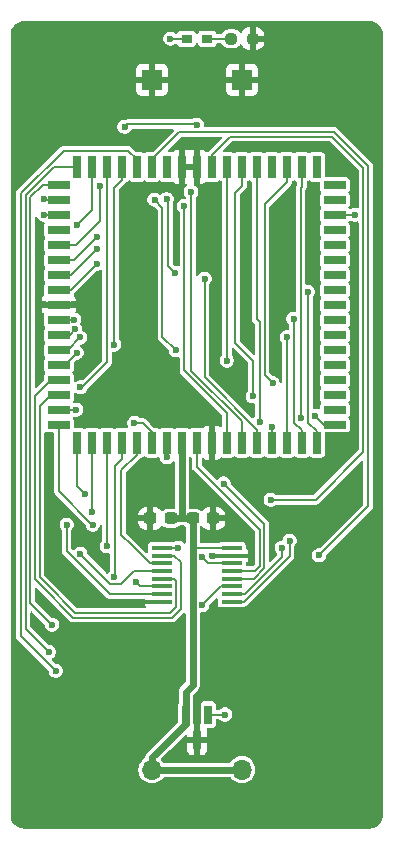
<source format=gbr>
G04 #@! TF.GenerationSoftware,KiCad,Pcbnew,9.0.6*
G04 #@! TF.CreationDate,2025-12-02T20:11:39+09:00*
G04 #@! TF.ProjectId,bionic-z180v,62696f6e-6963-42d7-9a31-3830762e6b69,2*
G04 #@! TF.SameCoordinates,Original*
G04 #@! TF.FileFunction,Copper,L1,Top*
G04 #@! TF.FilePolarity,Positive*
%FSLAX46Y46*%
G04 Gerber Fmt 4.6, Leading zero omitted, Abs format (unit mm)*
G04 Created by KiCad (PCBNEW 9.0.6) date 2025-12-02 20:11:39*
%MOMM*%
%LPD*%
G01*
G04 APERTURE LIST*
G04 Aperture macros list*
%AMRoundRect*
0 Rectangle with rounded corners*
0 $1 Rounding radius*
0 $2 $3 $4 $5 $6 $7 $8 $9 X,Y pos of 4 corners*
0 Add a 4 corners polygon primitive as box body*
4,1,4,$2,$3,$4,$5,$6,$7,$8,$9,$2,$3,0*
0 Add four circle primitives for the rounded corners*
1,1,$1+$1,$2,$3*
1,1,$1+$1,$4,$5*
1,1,$1+$1,$6,$7*
1,1,$1+$1,$8,$9*
0 Add four rect primitives between the rounded corners*
20,1,$1+$1,$2,$3,$4,$5,0*
20,1,$1+$1,$4,$5,$6,$7,0*
20,1,$1+$1,$6,$7,$8,$9,0*
20,1,$1+$1,$8,$9,$2,$3,0*%
G04 Aperture macros list end*
G04 #@! TA.AperFunction,SMDPad,CuDef*
%ADD10R,1.778000X0.355600*%
G04 #@! TD*
G04 #@! TA.AperFunction,SMDPad,CuDef*
%ADD11R,0.965200X0.762000*%
G04 #@! TD*
G04 #@! TA.AperFunction,SMDPad,CuDef*
%ADD12RoundRect,0.237500X-0.250000X-0.237500X0.250000X-0.237500X0.250000X0.237500X-0.250000X0.237500X0*%
G04 #@! TD*
G04 #@! TA.AperFunction,SMDPad,CuDef*
%ADD13R,0.700000X1.910000*%
G04 #@! TD*
G04 #@! TA.AperFunction,SMDPad,CuDef*
%ADD14R,1.910000X0.700000*%
G04 #@! TD*
G04 #@! TA.AperFunction,SMDPad,CuDef*
%ADD15R,0.660400X1.625600*%
G04 #@! TD*
G04 #@! TA.AperFunction,SMDPad,CuDef*
%ADD16RoundRect,0.237500X0.300000X0.237500X-0.300000X0.237500X-0.300000X-0.237500X0.300000X-0.237500X0*%
G04 #@! TD*
G04 #@! TA.AperFunction,SMDPad,CuDef*
%ADD17RoundRect,0.237500X-0.300000X-0.237500X0.300000X-0.237500X0.300000X0.237500X-0.300000X0.237500X0*%
G04 #@! TD*
G04 #@! TA.AperFunction,ComponentPad*
%ADD18O,1.700000X1.700000*%
G04 #@! TD*
G04 #@! TA.AperFunction,ComponentPad*
%ADD19R,1.700000X1.700000*%
G04 #@! TD*
G04 #@! TA.AperFunction,ViaPad*
%ADD20C,0.600000*%
G04 #@! TD*
G04 #@! TA.AperFunction,Conductor*
%ADD21C,0.600000*%
G04 #@! TD*
G04 #@! TA.AperFunction,Conductor*
%ADD22C,0.200000*%
G04 #@! TD*
G04 APERTURE END LIST*
D10*
X110728200Y-114726002D03*
X110728200Y-115376000D03*
X110728200Y-116026002D03*
X110728200Y-116676000D03*
X110728200Y-117325999D03*
X110728200Y-117976000D03*
X110728200Y-118625999D03*
X110728200Y-119276000D03*
X116671800Y-119276000D03*
X116671800Y-118626002D03*
X116671800Y-117976000D03*
X116671800Y-117326002D03*
X116671800Y-116676003D03*
X116671800Y-116026002D03*
X116671800Y-115376003D03*
X116671800Y-114726002D03*
D11*
X114576300Y-71600200D03*
X112823700Y-71600200D03*
D12*
X116597500Y-71600200D03*
X118422500Y-71600200D03*
D13*
X113700000Y-82450000D03*
X112430000Y-82450000D03*
X111160000Y-82450000D03*
X109890000Y-82450000D03*
X108620000Y-82450000D03*
X107350000Y-82450000D03*
X106080000Y-82450000D03*
X104810000Y-82450000D03*
X103540000Y-82450000D03*
D14*
X102020000Y-83970000D03*
X102020000Y-85240000D03*
X102020000Y-86510000D03*
X102020000Y-87780000D03*
X102020000Y-89050000D03*
X102020000Y-90320000D03*
X102020000Y-91590000D03*
X102020000Y-92860000D03*
X102020000Y-94130000D03*
X102020000Y-95400000D03*
X102020000Y-96670000D03*
X102020000Y-97940000D03*
X102020000Y-99210000D03*
X102020000Y-100480000D03*
X102020000Y-101750000D03*
X102020000Y-103020000D03*
X102020000Y-104290000D03*
D13*
X103540000Y-105810000D03*
X104810000Y-105810000D03*
X106080000Y-105810000D03*
X107350000Y-105810000D03*
X108620000Y-105810000D03*
X109890000Y-105810000D03*
X111160000Y-105810000D03*
X112430000Y-105810000D03*
X113700000Y-105810000D03*
X114970000Y-105810000D03*
X116240000Y-105810000D03*
X117510000Y-105810000D03*
X118780000Y-105810000D03*
X120050000Y-105810000D03*
X121320000Y-105810000D03*
X122590000Y-105810000D03*
X123860000Y-105810000D03*
D14*
X125380000Y-104290000D03*
X125380000Y-103020000D03*
X125380000Y-101750000D03*
X125380000Y-100480000D03*
X125380000Y-99210000D03*
X125380000Y-97940000D03*
X125380000Y-96670000D03*
X125380000Y-95400000D03*
X125380000Y-94130000D03*
X125380000Y-92860000D03*
X125380000Y-91590000D03*
X125380000Y-90320000D03*
X125380000Y-89050000D03*
X125380000Y-87780000D03*
X125380000Y-86510000D03*
X125380000Y-85240000D03*
X125380000Y-83970000D03*
D13*
X123860000Y-82450000D03*
X122590000Y-82450000D03*
X121320000Y-82450000D03*
X120050000Y-82450000D03*
X118780000Y-82450000D03*
X117510000Y-82450000D03*
X116240000Y-82450000D03*
X114970000Y-82450000D03*
D15*
X114650001Y-128828000D03*
X112749999Y-128828000D03*
X113700000Y-130960000D03*
D16*
X111490200Y-112214800D03*
X109765200Y-112214800D03*
D17*
X113346600Y-112214800D03*
X115071600Y-112214800D03*
D18*
X117510000Y-133500000D03*
D19*
X117510000Y-75080000D03*
X109890000Y-75080000D03*
D18*
X109890000Y-133500000D03*
D20*
X127060400Y-86510000D03*
X111464800Y-71600200D03*
X121370800Y-108379400D03*
X109255000Y-84020800D03*
X124850600Y-112519600D03*
X115808200Y-123898800D03*
X101025400Y-75080000D03*
X126527000Y-75080000D03*
X124952200Y-131010800D03*
X125409400Y-81887200D03*
X119694400Y-111656000D03*
X103311400Y-94104600D03*
X123783800Y-107896800D03*
X114690600Y-77772400D03*
X113014200Y-80464800D03*
X113750800Y-110868600D03*
X100720600Y-94104600D03*
X117052800Y-101775400D03*
X103209800Y-117498000D03*
X118170400Y-96492200D03*
X123834600Y-120800000D03*
X123631400Y-87957800D03*
X121345400Y-85240000D03*
X121370800Y-90421600D03*
X110982200Y-110919400D03*
X114106400Y-103553400D03*
X109026400Y-119276000D03*
X108569200Y-88592800D03*
X101050800Y-130934600D03*
X114970000Y-132407800D03*
X104210000Y-110157400D03*
X123088400Y-93037800D03*
X101754465Y-125125535D03*
X104810000Y-111706800D03*
X110118600Y-85240000D03*
X111922000Y-97981200D03*
X120050000Y-104518600D03*
X115960600Y-109268400D03*
X112607335Y-85763535D03*
X123733000Y-103528000D03*
X103552700Y-87386300D03*
X113207335Y-84564265D03*
X102676400Y-112748200D03*
X121556135Y-114101935D03*
X101426635Y-121211565D03*
X121888400Y-95323800D03*
X111839337Y-91431137D03*
X114352500Y-91920200D03*
X111134600Y-85189200D03*
X103819400Y-115212000D03*
X106080000Y-114580000D03*
X106720165Y-117152000D03*
X121320000Y-96873200D03*
X101165100Y-123530500D03*
X116087600Y-128826400D03*
X112125200Y-114726002D03*
X120133735Y-100777265D03*
X119960392Y-110643808D03*
X122520000Y-103680400D03*
X103311400Y-95400000D03*
X124037800Y-115339000D03*
X118434000Y-101877000D03*
X103795382Y-96901062D03*
X103844800Y-101115000D03*
X105216400Y-89405600D03*
X103403701Y-96203501D03*
X103527300Y-98181300D03*
X119002929Y-104020000D03*
X107578600Y-79067800D03*
X113687300Y-78877300D03*
X105241800Y-88389600D03*
X116240000Y-98854400D03*
X105216400Y-90650200D03*
X105480000Y-84071600D03*
X106680000Y-97508200D03*
X100771400Y-85214600D03*
X100746000Y-86510000D03*
X103489200Y-103020000D03*
X114144400Y-119580800D03*
X108391400Y-104137600D03*
X108548965Y-117630165D03*
X114144400Y-115491400D03*
X104886200Y-112748200D03*
X120913600Y-114704000D03*
X111160000Y-107016498D03*
D21*
X112430000Y-105810000D02*
X112430000Y-112214800D01*
X112749999Y-126931601D02*
X113344400Y-126337200D01*
D22*
X111464800Y-71600200D02*
X112823700Y-71600200D01*
D21*
X112430000Y-112214800D02*
X111490200Y-112214800D01*
D22*
X111464800Y-112037000D02*
X111920900Y-112037000D01*
D21*
X109915400Y-133525400D02*
X117484600Y-133525400D01*
X109915400Y-133525400D02*
X109915400Y-132458600D01*
X113344400Y-126337200D02*
X113344400Y-114704000D01*
X113346600Y-112214800D02*
X112430000Y-112214800D01*
X109915400Y-132458600D02*
X112749999Y-129624001D01*
D22*
X117484600Y-133525400D02*
X117510000Y-133500000D01*
X109890000Y-133500000D02*
X109915400Y-133525400D01*
X116671800Y-114726002D02*
X113366402Y-114726002D01*
D21*
X113344400Y-114704000D02*
X113344400Y-112217000D01*
X112749999Y-129624001D02*
X112749999Y-128828000D01*
X112444200Y-105824200D02*
X112430000Y-105810000D01*
D22*
X125380000Y-86510000D02*
X127060400Y-86510000D01*
X112760200Y-128838200D02*
X112750000Y-128828000D01*
D21*
X112749999Y-128828000D02*
X112749999Y-126931601D01*
D22*
X113366402Y-114726002D02*
X113344400Y-114704000D01*
D21*
X113344400Y-112217000D02*
X113346600Y-112214800D01*
D22*
X109026400Y-119276000D02*
X110728200Y-119276000D01*
X115413403Y-115376003D02*
X115401800Y-115364400D01*
X116671800Y-115376003D02*
X115413403Y-115376003D01*
X116597500Y-71600200D02*
X114576300Y-71600200D01*
X103540000Y-109487400D02*
X103540000Y-105810000D01*
X104210000Y-110157400D02*
X103540000Y-109487400D01*
X123120000Y-93069400D02*
X123120000Y-104108800D01*
X123120000Y-104108800D02*
X123860000Y-104848800D01*
X123088400Y-93037800D02*
X123120000Y-93069400D01*
X123860000Y-104848800D02*
X123860000Y-105810000D01*
X108620000Y-81815000D02*
X108620000Y-82450000D01*
X101754465Y-125125535D02*
X98796600Y-122167670D01*
X102415514Y-81074400D02*
X107879400Y-81074400D01*
X98796600Y-122167670D02*
X98796600Y-84693314D01*
X98796600Y-84693314D02*
X102415514Y-81074400D01*
X107879400Y-81074400D02*
X108620000Y-81815000D01*
X104810000Y-111706800D02*
X104810000Y-105810000D01*
X110779000Y-85900400D02*
X110118600Y-85240000D01*
X111922000Y-97981200D02*
X110779000Y-96838200D01*
X120050000Y-105810000D02*
X120050000Y-104518600D01*
X110779000Y-96838200D02*
X110779000Y-85900400D01*
X118527084Y-117326002D02*
X116671800Y-117326002D01*
X119415000Y-116438086D02*
X118527084Y-117326002D01*
X115960600Y-109268400D02*
X119415000Y-112722800D01*
X119415000Y-112722800D02*
X119415000Y-116438086D01*
X112633200Y-99692600D02*
X116240000Y-103299400D01*
X112633200Y-85789400D02*
X112633200Y-99692600D01*
X112607335Y-85763535D02*
X112633200Y-85789400D01*
X116240000Y-103299400D02*
X116240000Y-105810000D01*
X124495000Y-104290000D02*
X125380000Y-104290000D01*
X123733000Y-103528000D02*
X124495000Y-104290000D01*
X104810000Y-86129000D02*
X104810000Y-82450000D01*
X103552700Y-87386300D02*
X104810000Y-86129000D01*
X113207335Y-84564265D02*
X113207335Y-99701049D01*
X117510000Y-104003714D02*
X117510000Y-105810000D01*
X113207335Y-99701049D02*
X117510000Y-104003714D01*
X110717801Y-118615600D02*
X110728200Y-118625999D01*
X102676400Y-112748200D02*
X102676400Y-114958000D01*
X106334000Y-118615600D02*
X110717801Y-118615600D01*
X102676400Y-114958000D02*
X106334000Y-118615600D01*
X121556135Y-115428323D02*
X117708458Y-119276000D01*
X121556135Y-114101935D02*
X121556135Y-115428323D01*
X117708458Y-119276000D02*
X116671800Y-119276000D01*
X99596600Y-119381530D02*
X99596600Y-85024686D01*
X99596600Y-85024686D02*
X100651286Y-83970000D01*
X100651286Y-83970000D02*
X102020000Y-83970000D01*
X101426635Y-121211565D02*
X99596600Y-119381530D01*
X121920000Y-95355400D02*
X121920000Y-104102600D01*
X122590000Y-104772600D02*
X122590000Y-105810000D01*
X121888400Y-95323800D02*
X121920000Y-95355400D01*
X121920000Y-104102600D02*
X122590000Y-104772600D01*
X111261600Y-90853400D02*
X111261600Y-85316200D01*
X118780000Y-104708028D02*
X118780000Y-105810000D01*
X114352500Y-91920200D02*
X114352500Y-100280528D01*
X114352500Y-100280528D02*
X118780000Y-104708028D01*
X111261600Y-85316200D02*
X111134600Y-85189200D01*
X111839337Y-91431137D02*
X111261600Y-90853400D01*
X107273800Y-117752000D02*
X108349800Y-116676000D01*
X106359400Y-117752000D02*
X107273800Y-117752000D01*
X103819400Y-115212000D02*
X106359400Y-117752000D01*
X108349800Y-116676000D02*
X110728200Y-116676000D01*
X106080000Y-114580000D02*
X106080000Y-105810000D01*
X106740400Y-107820600D02*
X107350000Y-107211000D01*
X106720165Y-117152000D02*
X106740400Y-117131765D01*
X107350000Y-107211000D02*
X107350000Y-105810000D01*
X106740400Y-117131765D02*
X106740400Y-107820600D01*
X121320000Y-96873200D02*
X121320000Y-105810000D01*
X101605600Y-82450000D02*
X103540000Y-82450000D01*
X101165100Y-123530500D02*
X99196600Y-121562000D01*
X99196600Y-121562000D02*
X99196600Y-84859000D01*
X99196600Y-84859000D02*
X101605600Y-82450000D01*
X114651600Y-128826400D02*
X114650000Y-128828000D01*
X116087600Y-128826400D02*
X114651600Y-128826400D01*
X112125200Y-114726002D02*
X110728200Y-114726002D01*
X119434000Y-85627400D02*
X121320000Y-83741400D01*
X121320000Y-83741400D02*
X121320000Y-82450000D01*
X120133735Y-100777265D02*
X119434000Y-100077530D01*
X119434000Y-100077530D02*
X119434000Y-85627400D01*
X123750865Y-110647535D02*
X127797000Y-106601400D01*
X125174400Y-79899600D02*
X116500400Y-79899600D01*
X119960392Y-110643808D02*
X119964119Y-110647535D01*
X127797000Y-106601400D02*
X127797000Y-82522200D01*
X114970000Y-81430000D02*
X114970000Y-82450000D01*
X127797000Y-82522200D02*
X125174400Y-79899600D01*
X119964119Y-110647535D02*
X123750865Y-110647535D01*
X116500400Y-79899600D02*
X114970000Y-81430000D01*
X122590000Y-84122400D02*
X122590000Y-82450000D01*
X122488400Y-103648800D02*
X122488400Y-84224000D01*
X122520000Y-103680400D02*
X122488400Y-103648800D01*
X122488400Y-84224000D02*
X122590000Y-84122400D01*
X103311400Y-95400000D02*
X102020000Y-95400000D01*
X125340086Y-79499600D02*
X112205400Y-79499600D01*
X128197000Y-82356514D02*
X125340086Y-79499600D01*
X112205400Y-79499600D02*
X109890000Y-81815000D01*
X124037800Y-115339000D02*
X128197000Y-111179800D01*
X109890000Y-81815000D02*
X109890000Y-82450000D01*
X128197000Y-111179800D02*
X128197000Y-82356514D01*
X118434000Y-98864000D02*
X116960800Y-97390800D01*
X116960800Y-97390800D02*
X116960800Y-84646200D01*
X118434000Y-101877000D02*
X118434000Y-98864000D01*
X116960800Y-84646200D02*
X117510000Y-84097000D01*
X117510000Y-84097000D02*
X117510000Y-82450000D01*
X103795382Y-96901062D02*
X102756444Y-97940000D01*
X102756444Y-97940000D02*
X102020000Y-97940000D01*
X103971800Y-101115000D02*
X106080000Y-99006800D01*
X106080000Y-99006800D02*
X106080000Y-82450000D01*
X103844800Y-101115000D02*
X103971800Y-101115000D01*
X105216400Y-89405600D02*
X103032000Y-91590000D01*
X103032000Y-91590000D02*
X102020000Y-91590000D01*
X103403701Y-96203501D02*
X102937202Y-96670000D01*
X102937202Y-96670000D02*
X102020000Y-96670000D01*
X102498600Y-99210000D02*
X102020000Y-99210000D01*
X103527300Y-98181300D02*
X102498600Y-99210000D01*
X119034000Y-103988929D02*
X119034000Y-95603200D01*
X119034000Y-95603200D02*
X118780000Y-95349200D01*
X118780000Y-95349200D02*
X118780000Y-82450000D01*
X119002929Y-104020000D02*
X119034000Y-103988929D01*
X113649200Y-78839200D02*
X107807200Y-78839200D01*
X113687300Y-78877300D02*
X113649200Y-78839200D01*
X105241800Y-88389600D02*
X105241800Y-88415000D01*
X107807200Y-78839200D02*
X107578600Y-79067800D01*
X103336800Y-90320000D02*
X102020000Y-90320000D01*
X105241800Y-88415000D02*
X103336800Y-90320000D01*
X116240000Y-98854400D02*
X116240000Y-82450000D01*
X105216400Y-90650200D02*
X103006600Y-92860000D01*
X103006600Y-92860000D02*
X102020000Y-92860000D01*
X105480000Y-84071600D02*
X105480000Y-87059200D01*
X103489200Y-89050000D02*
X102020000Y-89050000D01*
X105480000Y-87059200D02*
X103489200Y-89050000D01*
X106680000Y-84208200D02*
X107350000Y-83538200D01*
X106680000Y-97508200D02*
X106680000Y-84208200D01*
X107350000Y-83538200D02*
X107350000Y-82450000D01*
X100771400Y-85214600D02*
X100796800Y-85240000D01*
X100796800Y-85240000D02*
X102020000Y-85240000D01*
X100746000Y-86510000D02*
X102020000Y-86510000D01*
X103489200Y-103020000D02*
X102020000Y-103020000D01*
X114144400Y-119580800D02*
X115749200Y-117976000D01*
X115749200Y-117976000D02*
X116671800Y-117976000D01*
X107292800Y-108157200D02*
X107292800Y-113584436D01*
X107292800Y-113584436D02*
X108092800Y-114384436D01*
X108092800Y-114384436D02*
X108092800Y-114407400D01*
X109711402Y-116026002D02*
X110728200Y-116026002D01*
X108620000Y-106830000D02*
X107292800Y-108157200D01*
X108092800Y-114407400D02*
X109711402Y-116026002D01*
X108620000Y-105810000D02*
X108620000Y-106830000D01*
X109890000Y-104899600D02*
X109128000Y-104137600D01*
X108894800Y-117976000D02*
X110728200Y-117976000D01*
X109890000Y-105810000D02*
X109890000Y-104899600D01*
X109128000Y-104137600D02*
X108391400Y-104137600D01*
X108548965Y-117630165D02*
X108894800Y-117976000D01*
X104860800Y-112748200D02*
X102020000Y-109907400D01*
X114679002Y-116026002D02*
X116671800Y-116026002D01*
X104886200Y-112748200D02*
X104860800Y-112748200D01*
X102020000Y-109907400D02*
X102020000Y-104290000D01*
X114144400Y-115491400D02*
X114679002Y-116026002D01*
X100568200Y-117980600D02*
X103209800Y-120622200D01*
X101385000Y-100480000D02*
X99996600Y-101868400D01*
X103209800Y-120622200D02*
X111614485Y-120622200D01*
X111744998Y-115376000D02*
X110728200Y-115376000D01*
X100568200Y-117955200D02*
X100568200Y-117980600D01*
X112317200Y-119919485D02*
X112317200Y-115948202D01*
X102020000Y-100480000D02*
X101385000Y-100480000D01*
X111614485Y-120622200D02*
X112317200Y-119919485D01*
X99996600Y-117383600D02*
X100568200Y-117955200D01*
X112317200Y-115948202D02*
X111744998Y-115376000D01*
X99996600Y-101868400D02*
X99996600Y-117383600D01*
X119015000Y-113171329D02*
X119015000Y-116272400D01*
X113700000Y-107856329D02*
X119015000Y-113171329D01*
X118611397Y-116676003D02*
X116671800Y-116676003D01*
X119015000Y-116272400D02*
X118611397Y-116676003D01*
X113700000Y-105810000D02*
X113700000Y-107856329D01*
X120913600Y-114704000D02*
X120913600Y-115505172D01*
X120913600Y-115505172D02*
X117792770Y-118626002D01*
X117792770Y-118626002D02*
X116671800Y-118626002D01*
X111160000Y-107016498D02*
X111160000Y-105810000D01*
X100396600Y-102738400D02*
X100396600Y-117217914D01*
X100968200Y-117814914D02*
X103375486Y-120222200D01*
X111448799Y-120222200D02*
X111917200Y-119753799D01*
X111744999Y-117325999D02*
X110728200Y-117325999D01*
X100396600Y-117217914D02*
X100968200Y-117789514D01*
X111917200Y-117498200D02*
X111744999Y-117325999D01*
X100968200Y-117789514D02*
X100968200Y-117814914D01*
X101385000Y-101750000D02*
X100396600Y-102738400D01*
X102020000Y-101750000D02*
X101385000Y-101750000D01*
X111917200Y-119753799D02*
X111917200Y-117498200D01*
X103375486Y-120222200D02*
X111448799Y-120222200D01*
G04 #@! TA.AperFunction,Conductor*
G36*
X100936072Y-104911562D02*
G01*
X100995009Y-104937585D01*
X101020135Y-104940500D01*
X101520500Y-104940499D01*
X101578691Y-104959406D01*
X101614655Y-105008906D01*
X101619500Y-105039499D01*
X101619500Y-109854673D01*
X101619500Y-109960127D01*
X101641788Y-110043308D01*
X101646794Y-110061992D01*
X101699516Y-110153308D01*
X101699518Y-110153310D01*
X101699520Y-110153313D01*
X104256705Y-112710498D01*
X104284481Y-112765013D01*
X104285700Y-112780500D01*
X104285700Y-112827257D01*
X104326623Y-112979984D01*
X104405680Y-113116916D01*
X104517484Y-113228720D01*
X104654416Y-113307777D01*
X104807143Y-113348700D01*
X104807145Y-113348700D01*
X104965255Y-113348700D01*
X104965257Y-113348700D01*
X105117984Y-113307777D01*
X105254916Y-113228720D01*
X105366720Y-113116916D01*
X105445777Y-112979984D01*
X105484874Y-112834071D01*
X105518197Y-112782759D01*
X105575319Y-112760832D01*
X105634419Y-112776668D01*
X105672924Y-112824217D01*
X105679500Y-112859696D01*
X105679500Y-114090256D01*
X105660593Y-114148447D01*
X105650504Y-114160259D01*
X105599482Y-114211281D01*
X105599480Y-114211283D01*
X105599480Y-114211284D01*
X105520423Y-114348216D01*
X105479500Y-114500943D01*
X105479500Y-114659057D01*
X105520423Y-114811784D01*
X105599480Y-114948716D01*
X105711284Y-115060520D01*
X105848216Y-115139577D01*
X106000943Y-115180500D01*
X106000945Y-115180500D01*
X106159054Y-115180500D01*
X106159057Y-115180500D01*
X106215279Y-115165435D01*
X106276378Y-115168637D01*
X106323928Y-115207142D01*
X106339900Y-115261062D01*
X106339900Y-116642021D01*
X106320993Y-116700212D01*
X106310904Y-116712024D01*
X106239645Y-116783282D01*
X106200727Y-116850691D01*
X106155257Y-116891631D01*
X106094407Y-116898026D01*
X106044987Y-116871194D01*
X104448896Y-115275103D01*
X104421119Y-115220586D01*
X104419900Y-115205099D01*
X104419900Y-115132944D01*
X104419341Y-115130856D01*
X104378977Y-114980216D01*
X104299920Y-114843284D01*
X104188116Y-114731480D01*
X104051184Y-114652423D01*
X103898457Y-114611500D01*
X103740343Y-114611500D01*
X103608060Y-114646945D01*
X103587616Y-114652423D01*
X103450684Y-114731480D01*
X103338880Y-114843284D01*
X103326230Y-114865195D01*
X103305325Y-114884016D01*
X103285439Y-114903903D01*
X103282768Y-114904325D01*
X103280759Y-114906135D01*
X103252788Y-114909074D01*
X103225007Y-114913474D01*
X103222597Y-114912246D01*
X103219909Y-114912529D01*
X103170490Y-114885697D01*
X103105896Y-114821103D01*
X103078119Y-114766586D01*
X103076900Y-114751099D01*
X103076900Y-113237943D01*
X103095807Y-113179752D01*
X103105890Y-113167945D01*
X103156920Y-113116916D01*
X103235977Y-112979984D01*
X103276900Y-112827257D01*
X103276900Y-112669143D01*
X103235977Y-112516416D01*
X103156920Y-112379484D01*
X103045116Y-112267680D01*
X102908184Y-112188623D01*
X102755457Y-112147700D01*
X102597343Y-112147700D01*
X102444616Y-112188623D01*
X102307684Y-112267680D01*
X102195880Y-112379484D01*
X102116823Y-112516416D01*
X102075900Y-112669143D01*
X102075900Y-112827257D01*
X102116823Y-112979984D01*
X102195880Y-113116916D01*
X102246905Y-113167941D01*
X102274681Y-113222456D01*
X102275900Y-113237943D01*
X102275900Y-114905273D01*
X102275900Y-115010727D01*
X102297361Y-115090821D01*
X102303194Y-115112592D01*
X102355916Y-115203908D01*
X102355918Y-115203910D01*
X102355920Y-115203913D01*
X106013518Y-118861510D01*
X106013520Y-118861513D01*
X106088087Y-118936080D01*
X106113931Y-118951001D01*
X106165937Y-118981027D01*
X106165940Y-118981028D01*
X106165943Y-118981030D01*
X106179413Y-118988807D01*
X106281274Y-119016101D01*
X106281276Y-119016101D01*
X106392790Y-119016101D01*
X106392806Y-119016100D01*
X109240200Y-119016100D01*
X109298391Y-119035007D01*
X109334355Y-119084507D01*
X109336019Y-119095018D01*
X109339201Y-119098200D01*
X109744280Y-119098200D01*
X109761811Y-119100542D01*
X109761813Y-119100526D01*
X109769208Y-119101383D01*
X109769209Y-119101384D01*
X109794335Y-119104299D01*
X110629201Y-119104298D01*
X110644112Y-119109143D01*
X110659793Y-119109143D01*
X110672478Y-119118359D01*
X110687391Y-119123205D01*
X110696607Y-119135890D01*
X110709293Y-119145107D01*
X110714138Y-119160019D01*
X110723355Y-119172705D01*
X110728200Y-119203298D01*
X110728200Y-119354800D01*
X110709293Y-119412991D01*
X110659793Y-119448955D01*
X110629200Y-119453800D01*
X109339201Y-119453800D01*
X109339200Y-119453801D01*
X109339200Y-119501624D01*
X109339199Y-119501624D01*
X109345601Y-119561170D01*
X109345603Y-119561178D01*
X109392943Y-119688103D01*
X109395563Y-119749233D01*
X109361752Y-119800227D01*
X109304424Y-119821609D01*
X109300185Y-119821700D01*
X103582386Y-119821700D01*
X103524195Y-119802793D01*
X103512382Y-119792704D01*
X101332591Y-117612913D01*
X101316858Y-117592407D01*
X101288683Y-117543605D01*
X101288680Y-117543601D01*
X101214113Y-117469033D01*
X101214113Y-117469034D01*
X100826096Y-117081017D01*
X100798319Y-117026500D01*
X100797100Y-117011013D01*
X100797100Y-105002133D01*
X100816007Y-104943942D01*
X100865507Y-104907978D01*
X100926693Y-104907978D01*
X100936072Y-104911562D01*
G37*
G04 #@! TD.AperFunction*
G04 #@! TA.AperFunction,Conductor*
G36*
X113169489Y-107013785D02*
G01*
X113177233Y-107017204D01*
X113177235Y-107017206D01*
X113240489Y-107045135D01*
X113286084Y-107085936D01*
X113299500Y-107135699D01*
X113299500Y-107803602D01*
X113299500Y-107909056D01*
X113323570Y-107998888D01*
X113326794Y-108010921D01*
X113379516Y-108102237D01*
X113379518Y-108102239D01*
X113379520Y-108102242D01*
X118585505Y-113308227D01*
X118613281Y-113362742D01*
X118614500Y-113378229D01*
X118614500Y-116065499D01*
X118612031Y-116073096D01*
X118613281Y-116080986D01*
X118602756Y-116101641D01*
X118595593Y-116123690D01*
X118585504Y-116135503D01*
X118474500Y-116246507D01*
X118419983Y-116274284D01*
X118404496Y-116275503D01*
X117960300Y-116275503D01*
X117902109Y-116256596D01*
X117866145Y-116207096D01*
X117861300Y-116176504D01*
X117861300Y-116091900D01*
X117861299Y-116002984D01*
X117880206Y-115944795D01*
X117900972Y-115923731D01*
X117917982Y-115910997D01*
X117917992Y-115910987D01*
X118004152Y-115795893D01*
X118004153Y-115795891D01*
X118054396Y-115661184D01*
X118054398Y-115661173D01*
X118060800Y-115601627D01*
X118060800Y-115553804D01*
X118060799Y-115553803D01*
X117655728Y-115553803D01*
X117643979Y-115549985D01*
X117638342Y-115550122D01*
X117638186Y-115551475D01*
X117605669Y-115547702D01*
X115737939Y-115547702D01*
X115737936Y-115547703D01*
X115717078Y-115550122D01*
X115705411Y-115551475D01*
X115705359Y-115551033D01*
X115687872Y-115553803D01*
X115282801Y-115553803D01*
X115269659Y-115566944D01*
X115263893Y-115584693D01*
X115214393Y-115620657D01*
X115183800Y-115625502D01*
X114885903Y-115625502D01*
X114878305Y-115623033D01*
X114870416Y-115624283D01*
X114849760Y-115613758D01*
X114827712Y-115606595D01*
X114815899Y-115596506D01*
X114773896Y-115554503D01*
X114746119Y-115499986D01*
X114744900Y-115484499D01*
X114744900Y-115412344D01*
X114744900Y-115412343D01*
X114703977Y-115259616D01*
X114703976Y-115259614D01*
X114702297Y-115253348D01*
X114704699Y-115252704D01*
X114700737Y-115202398D01*
X114732702Y-115150227D01*
X114789228Y-115126808D01*
X114797003Y-115126502D01*
X115183800Y-115126502D01*
X115241991Y-115145409D01*
X115273831Y-115189233D01*
X115282801Y-115198203D01*
X115687880Y-115198203D01*
X115705411Y-115200545D01*
X115705413Y-115200529D01*
X115712808Y-115201386D01*
X115712809Y-115201387D01*
X115737935Y-115204302D01*
X117605664Y-115204301D01*
X117630791Y-115201387D01*
X117630791Y-115201386D01*
X117638190Y-115200529D01*
X117638191Y-115200544D01*
X117655722Y-115198203D01*
X118060799Y-115198203D01*
X118060800Y-115198202D01*
X118060800Y-115150378D01*
X118054398Y-115090832D01*
X118054396Y-115090821D01*
X118004153Y-114956114D01*
X118004152Y-114956112D01*
X117917992Y-114841018D01*
X117917983Y-114841009D01*
X117900969Y-114828272D01*
X117865717Y-114778263D01*
X117861299Y-114749023D01*
X117861299Y-114503338D01*
X117858385Y-114478211D01*
X117813006Y-114375437D01*
X117733565Y-114295996D01*
X117630791Y-114250617D01*
X117630790Y-114250616D01*
X117630788Y-114250616D01*
X117605668Y-114247702D01*
X115737939Y-114247702D01*
X115737936Y-114247703D01*
X115712809Y-114250616D01*
X115610035Y-114295996D01*
X115609523Y-114296507D01*
X115608607Y-114296973D01*
X115602466Y-114301181D01*
X115601918Y-114300382D01*
X115555009Y-114324283D01*
X115539522Y-114325502D01*
X114043900Y-114325502D01*
X113985709Y-114306595D01*
X113949745Y-114257095D01*
X113944900Y-114226502D01*
X113944900Y-112950460D01*
X113949439Y-112936489D01*
X113949138Y-112921804D01*
X113958656Y-112908121D01*
X113963807Y-112892269D01*
X113984075Y-112871580D01*
X114019609Y-112844634D01*
X114077396Y-112824540D01*
X114135963Y-112842250D01*
X114163687Y-112871546D01*
X114189156Y-112912838D01*
X114311064Y-113034746D01*
X114457793Y-113125251D01*
X114621451Y-113179481D01*
X114722445Y-113189799D01*
X114821600Y-113189799D01*
X114821600Y-112464801D01*
X115321600Y-112464801D01*
X115321600Y-113189798D01*
X115321601Y-113189799D01*
X115420754Y-113189799D01*
X115521742Y-113179482D01*
X115521754Y-113179479D01*
X115685406Y-113125251D01*
X115832135Y-113034746D01*
X115954046Y-112912835D01*
X116044551Y-112766106D01*
X116098781Y-112602448D01*
X116109100Y-112501455D01*
X116109100Y-112464801D01*
X116109099Y-112464800D01*
X115321601Y-112464800D01*
X115321600Y-112464801D01*
X114821600Y-112464801D01*
X114821600Y-111239801D01*
X115321600Y-111239801D01*
X115321600Y-111964799D01*
X115321601Y-111964800D01*
X116109098Y-111964800D01*
X116109099Y-111964799D01*
X116109099Y-111928145D01*
X116098782Y-111827157D01*
X116098779Y-111827145D01*
X116044551Y-111663493D01*
X115954046Y-111516764D01*
X115832135Y-111394853D01*
X115685406Y-111304348D01*
X115521748Y-111250118D01*
X115420755Y-111239800D01*
X115321601Y-111239800D01*
X115321600Y-111239801D01*
X114821600Y-111239801D01*
X114821600Y-111239800D01*
X114722445Y-111239800D01*
X114722445Y-111239801D01*
X114621457Y-111250117D01*
X114621445Y-111250120D01*
X114457793Y-111304348D01*
X114311064Y-111394853D01*
X114189155Y-111516762D01*
X114163686Y-111558053D01*
X114117044Y-111597654D01*
X114056033Y-111602276D01*
X114019607Y-111584963D01*
X113912758Y-111503938D01*
X113775179Y-111449683D01*
X113688720Y-111439300D01*
X113688718Y-111439300D01*
X113129500Y-111439300D01*
X113071309Y-111420393D01*
X113035345Y-111370893D01*
X113030500Y-111340300D01*
X113030500Y-107104349D01*
X113049407Y-107046158D01*
X113098907Y-107010194D01*
X113160093Y-107010194D01*
X113169489Y-107013785D01*
G37*
G04 #@! TD.AperFunction*
G04 #@! TA.AperFunction,Conductor*
G36*
X109284457Y-106954315D02*
G01*
X109299945Y-106956768D01*
X109325000Y-106974971D01*
X109367235Y-107017206D01*
X109470009Y-107062585D01*
X109495135Y-107065500D01*
X110284864Y-107065499D01*
X110309991Y-107062585D01*
X110412765Y-107017206D01*
X110412765Y-107017205D01*
X110420797Y-107013659D01*
X110481667Y-107007450D01*
X110534561Y-107038206D01*
X110558938Y-107091292D01*
X110559498Y-107095548D01*
X110559500Y-107095555D01*
X110600423Y-107248282D01*
X110679480Y-107385214D01*
X110791284Y-107497018D01*
X110928216Y-107576075D01*
X111080943Y-107616998D01*
X111080945Y-107616998D01*
X111239055Y-107616998D01*
X111239057Y-107616998D01*
X111391784Y-107576075D01*
X111528716Y-107497018D01*
X111640520Y-107385214D01*
X111644764Y-107377863D01*
X111690232Y-107336923D01*
X111751082Y-107330526D01*
X111804070Y-107361118D01*
X111828958Y-107417013D01*
X111829500Y-107427363D01*
X111829500Y-111340300D01*
X111810593Y-111398491D01*
X111761093Y-111434455D01*
X111730500Y-111439300D01*
X111148079Y-111439300D01*
X111061620Y-111449683D01*
X110924041Y-111503938D01*
X110817192Y-111584964D01*
X110759401Y-111605059D01*
X110700835Y-111587348D01*
X110673112Y-111558052D01*
X110647644Y-111516762D01*
X110525735Y-111394853D01*
X110379006Y-111304348D01*
X110215348Y-111250118D01*
X110114355Y-111239800D01*
X110015201Y-111239800D01*
X110015200Y-111239801D01*
X110015200Y-113189798D01*
X110015201Y-113189799D01*
X110114354Y-113189799D01*
X110215342Y-113179482D01*
X110215354Y-113179479D01*
X110379006Y-113125251D01*
X110525735Y-113034746D01*
X110647646Y-112912835D01*
X110673112Y-112871548D01*
X110719752Y-112831946D01*
X110780763Y-112827322D01*
X110817190Y-112844634D01*
X110924042Y-112925662D01*
X111061623Y-112979917D01*
X111148082Y-112990300D01*
X111148084Y-112990300D01*
X111832316Y-112990300D01*
X111832318Y-112990300D01*
X111918777Y-112979917D01*
X112056358Y-112925662D01*
X112174200Y-112836300D01*
X112174199Y-112836300D01*
X112175366Y-112835416D01*
X112233157Y-112815321D01*
X112235185Y-112815300D01*
X112350943Y-112815300D01*
X112601615Y-112815300D01*
X112602625Y-112815628D01*
X112603642Y-112815321D01*
X112631621Y-112825049D01*
X112659806Y-112834207D01*
X112661433Y-112835415D01*
X112662599Y-112836299D01*
X112662600Y-112836300D01*
X112704719Y-112868239D01*
X112739661Y-112918464D01*
X112743900Y-112947123D01*
X112743900Y-114256459D01*
X112724993Y-114314650D01*
X112675493Y-114350614D01*
X112614307Y-114350614D01*
X112574898Y-114326464D01*
X112493916Y-114245482D01*
X112356984Y-114166425D01*
X112204257Y-114125502D01*
X112046143Y-114125502D01*
X111977921Y-114143782D01*
X111893414Y-114166425D01*
X111763948Y-114241171D01*
X111704099Y-114253892D01*
X111688464Y-114250963D01*
X111687191Y-114250616D01*
X111662068Y-114247702D01*
X109794339Y-114247702D01*
X109794336Y-114247703D01*
X109769209Y-114250616D01*
X109666435Y-114295996D01*
X109586994Y-114375437D01*
X109541614Y-114478213D01*
X109538700Y-114503332D01*
X109538700Y-114948662D01*
X109538701Y-114948665D01*
X109541615Y-114973795D01*
X109558048Y-115011014D01*
X109559090Y-115021233D01*
X109564256Y-115030118D01*
X109562125Y-115051003D01*
X109564255Y-115071883D01*
X109558048Y-115090988D01*
X109550488Y-115108110D01*
X109509687Y-115153705D01*
X109449878Y-115166611D01*
X109393906Y-115141897D01*
X109389919Y-115138126D01*
X108453863Y-114202070D01*
X108438132Y-114181567D01*
X108413280Y-114138523D01*
X107722296Y-113447539D01*
X107694519Y-113393022D01*
X107693300Y-113377535D01*
X107693300Y-112464801D01*
X108727701Y-112464801D01*
X108727701Y-112501454D01*
X108738017Y-112602442D01*
X108738020Y-112602454D01*
X108792248Y-112766106D01*
X108882753Y-112912835D01*
X109004664Y-113034746D01*
X109151393Y-113125251D01*
X109315051Y-113179481D01*
X109416045Y-113189799D01*
X109515200Y-113189799D01*
X109515200Y-112464801D01*
X109515199Y-112464800D01*
X108727702Y-112464800D01*
X108727701Y-112464801D01*
X107693300Y-112464801D01*
X107693300Y-111928144D01*
X108727700Y-111928144D01*
X108727700Y-111964799D01*
X108727701Y-111964800D01*
X109515199Y-111964800D01*
X109515200Y-111964799D01*
X109515200Y-111239800D01*
X109416045Y-111239800D01*
X109416045Y-111239801D01*
X109315057Y-111250117D01*
X109315045Y-111250120D01*
X109151393Y-111304348D01*
X109004664Y-111394853D01*
X108882753Y-111516764D01*
X108792248Y-111663493D01*
X108738018Y-111827151D01*
X108727700Y-111928144D01*
X107693300Y-111928144D01*
X107693300Y-108364101D01*
X107712207Y-108305910D01*
X107722296Y-108294097D01*
X108921898Y-107094495D01*
X108976415Y-107066718D01*
X108991902Y-107065499D01*
X109014861Y-107065499D01*
X109014864Y-107065499D01*
X109039991Y-107062585D01*
X109142765Y-107017206D01*
X109184998Y-106974972D01*
X109198967Y-106967855D01*
X109210055Y-106956768D01*
X109225542Y-106954315D01*
X109239513Y-106947197D01*
X109255000Y-106949649D01*
X109270487Y-106947197D01*
X109284457Y-106954315D01*
G37*
G04 #@! TD.AperFunction*
G04 #@! TA.AperFunction,Conductor*
G36*
X123254457Y-83594315D02*
G01*
X123269945Y-83596768D01*
X123295000Y-83614971D01*
X123337235Y-83657206D01*
X123440009Y-83702585D01*
X123465135Y-83705500D01*
X124025500Y-83705499D01*
X124083691Y-83724406D01*
X124119655Y-83773906D01*
X124124500Y-83804499D01*
X124124500Y-84364860D01*
X124124501Y-84364863D01*
X124127414Y-84389990D01*
X124145099Y-84430042D01*
X124172794Y-84492765D01*
X124215027Y-84534998D01*
X124242803Y-84589513D01*
X124233232Y-84649945D01*
X124215028Y-84675000D01*
X124181349Y-84708680D01*
X124172794Y-84717235D01*
X124127414Y-84820011D01*
X124124500Y-84845130D01*
X124124500Y-85634860D01*
X124124501Y-85634863D01*
X124127414Y-85659990D01*
X124138227Y-85684478D01*
X124172794Y-85762765D01*
X124215027Y-85804998D01*
X124242803Y-85859513D01*
X124233232Y-85919945D01*
X124215028Y-85945000D01*
X124179739Y-85980290D01*
X124172794Y-85987235D01*
X124127414Y-86090011D01*
X124124500Y-86115130D01*
X124124500Y-86904860D01*
X124124501Y-86904863D01*
X124127414Y-86929990D01*
X124152756Y-86987385D01*
X124172794Y-87032765D01*
X124215027Y-87074998D01*
X124242803Y-87129513D01*
X124233232Y-87189945D01*
X124215028Y-87215000D01*
X124189936Y-87240093D01*
X124172794Y-87257235D01*
X124127414Y-87360011D01*
X124124500Y-87385130D01*
X124124500Y-88174860D01*
X124124501Y-88174863D01*
X124127414Y-88199990D01*
X124152756Y-88257385D01*
X124172794Y-88302765D01*
X124215027Y-88344998D01*
X124242803Y-88399513D01*
X124233232Y-88459945D01*
X124215028Y-88485000D01*
X124172794Y-88527235D01*
X124127414Y-88630011D01*
X124124500Y-88655130D01*
X124124500Y-89444860D01*
X124124501Y-89444863D01*
X124127414Y-89469990D01*
X124152756Y-89527385D01*
X124172794Y-89572765D01*
X124215027Y-89614998D01*
X124242803Y-89669513D01*
X124233232Y-89729945D01*
X124215028Y-89755000D01*
X124178293Y-89791736D01*
X124172794Y-89797235D01*
X124127414Y-89900011D01*
X124124500Y-89925130D01*
X124124500Y-90714860D01*
X124124501Y-90714863D01*
X124127414Y-90739990D01*
X124150986Y-90793374D01*
X124172794Y-90842765D01*
X124215027Y-90884998D01*
X124242803Y-90939513D01*
X124233232Y-90999945D01*
X124215028Y-91025000D01*
X124172794Y-91067235D01*
X124127414Y-91170011D01*
X124124500Y-91195130D01*
X124124500Y-91984860D01*
X124124501Y-91984863D01*
X124127414Y-92009990D01*
X124152756Y-92067385D01*
X124172794Y-92112765D01*
X124215027Y-92154998D01*
X124242803Y-92209513D01*
X124233232Y-92269945D01*
X124215028Y-92295000D01*
X124172794Y-92337235D01*
X124127414Y-92440011D01*
X124124500Y-92465130D01*
X124124500Y-93254860D01*
X124124501Y-93254863D01*
X124127414Y-93279990D01*
X124141567Y-93312043D01*
X124172794Y-93382765D01*
X124215027Y-93424998D01*
X124242803Y-93479513D01*
X124233232Y-93539945D01*
X124215028Y-93565000D01*
X124172794Y-93607235D01*
X124127414Y-93710011D01*
X124124500Y-93735130D01*
X124124500Y-94524860D01*
X124124501Y-94524863D01*
X124127414Y-94549990D01*
X124143919Y-94587370D01*
X124172794Y-94652765D01*
X124215027Y-94694998D01*
X124242803Y-94749513D01*
X124233232Y-94809945D01*
X124215028Y-94835000D01*
X124191022Y-94859007D01*
X124172794Y-94877235D01*
X124127414Y-94980011D01*
X124124500Y-95005130D01*
X124124500Y-95794860D01*
X124124501Y-95794863D01*
X124127414Y-95819990D01*
X124152756Y-95877385D01*
X124172794Y-95922765D01*
X124215027Y-95964998D01*
X124242803Y-96019513D01*
X124233232Y-96079945D01*
X124215028Y-96105000D01*
X124172794Y-96147235D01*
X124127414Y-96250011D01*
X124124500Y-96275130D01*
X124124500Y-97064860D01*
X124124501Y-97064863D01*
X124127414Y-97089990D01*
X124134035Y-97104984D01*
X124172794Y-97192765D01*
X124215027Y-97234998D01*
X124242803Y-97289513D01*
X124233232Y-97349945D01*
X124215028Y-97375000D01*
X124182125Y-97407904D01*
X124172794Y-97417235D01*
X124127414Y-97520011D01*
X124124500Y-97545130D01*
X124124500Y-98334860D01*
X124124501Y-98334863D01*
X124127414Y-98359990D01*
X124150857Y-98413083D01*
X124172794Y-98462765D01*
X124215027Y-98504998D01*
X124242803Y-98559513D01*
X124233232Y-98619945D01*
X124215028Y-98645000D01*
X124172794Y-98687235D01*
X124127414Y-98790011D01*
X124124500Y-98815130D01*
X124124500Y-99604860D01*
X124124501Y-99604863D01*
X124127414Y-99629990D01*
X124152756Y-99687385D01*
X124172794Y-99732765D01*
X124215027Y-99774998D01*
X124242803Y-99829513D01*
X124233232Y-99889945D01*
X124215028Y-99915000D01*
X124191521Y-99938508D01*
X124172794Y-99957235D01*
X124127414Y-100060011D01*
X124124500Y-100085130D01*
X124124500Y-100874860D01*
X124124501Y-100874863D01*
X124127414Y-100899990D01*
X124134873Y-100916882D01*
X124172794Y-101002765D01*
X124215027Y-101044998D01*
X124242803Y-101099513D01*
X124233232Y-101159945D01*
X124215028Y-101185000D01*
X124187072Y-101212957D01*
X124172794Y-101227235D01*
X124127414Y-101330011D01*
X124124500Y-101355130D01*
X124124500Y-102144860D01*
X124124501Y-102144863D01*
X124127414Y-102169990D01*
X124128084Y-102171507D01*
X124172794Y-102272765D01*
X124215027Y-102314998D01*
X124242803Y-102369513D01*
X124233232Y-102429945D01*
X124215028Y-102455000D01*
X124193376Y-102476653D01*
X124172794Y-102497235D01*
X124127414Y-102600011D01*
X124124500Y-102625130D01*
X124124500Y-102889162D01*
X124105593Y-102947353D01*
X124056093Y-102983317D01*
X123994907Y-102983317D01*
X123976001Y-102974899D01*
X123964785Y-102968423D01*
X123913875Y-102954782D01*
X123812057Y-102927500D01*
X123653943Y-102927500D01*
X123653940Y-102927500D01*
X123645118Y-102929864D01*
X123584017Y-102926659D01*
X123536469Y-102888151D01*
X123520500Y-102834236D01*
X123520500Y-93495943D01*
X123539407Y-93437752D01*
X123549490Y-93425945D01*
X123568920Y-93406516D01*
X123647977Y-93269584D01*
X123688900Y-93116857D01*
X123688900Y-92958743D01*
X123647977Y-92806016D01*
X123568920Y-92669084D01*
X123457116Y-92557280D01*
X123320184Y-92478223D01*
X123167457Y-92437300D01*
X123009343Y-92437300D01*
X123009342Y-92437300D01*
X123002911Y-92438147D01*
X123002576Y-92435610D01*
X122952402Y-92432970D01*
X122904860Y-92394455D01*
X122888900Y-92340553D01*
X122888900Y-84430042D01*
X122907807Y-84371851D01*
X122909362Y-84369769D01*
X122910470Y-84368322D01*
X122910480Y-84368313D01*
X122963207Y-84276988D01*
X122990500Y-84175127D01*
X122990500Y-84069673D01*
X122990500Y-83775699D01*
X123009407Y-83717508D01*
X123049509Y-83685135D01*
X123112765Y-83657206D01*
X123154998Y-83614972D01*
X123168967Y-83607855D01*
X123180055Y-83596768D01*
X123195542Y-83594315D01*
X123209513Y-83587197D01*
X123225000Y-83589649D01*
X123240487Y-83587197D01*
X123254457Y-83594315D01*
G37*
G04 #@! TD.AperFunction*
G04 #@! TA.AperFunction,Conductor*
G36*
X100176193Y-86724233D02*
G01*
X100182948Y-86736296D01*
X100183179Y-86736164D01*
X100186422Y-86741781D01*
X100186423Y-86741784D01*
X100265480Y-86878716D01*
X100377284Y-86990520D01*
X100514216Y-87069577D01*
X100666943Y-87110500D01*
X100666945Y-87110500D01*
X100725650Y-87110500D01*
X100783841Y-87129407D01*
X100819805Y-87178907D01*
X100819805Y-87240093D01*
X100816215Y-87249488D01*
X100767414Y-87360011D01*
X100764500Y-87385130D01*
X100764500Y-88174860D01*
X100764501Y-88174863D01*
X100767414Y-88199990D01*
X100792756Y-88257385D01*
X100812794Y-88302765D01*
X100855027Y-88344998D01*
X100882803Y-88399513D01*
X100873232Y-88459945D01*
X100855028Y-88485000D01*
X100812794Y-88527235D01*
X100767414Y-88630011D01*
X100764500Y-88655130D01*
X100764500Y-89444860D01*
X100764501Y-89444863D01*
X100767414Y-89469990D01*
X100792756Y-89527385D01*
X100812794Y-89572765D01*
X100855027Y-89614998D01*
X100882803Y-89669513D01*
X100873232Y-89729945D01*
X100855028Y-89755000D01*
X100818293Y-89791736D01*
X100812794Y-89797235D01*
X100767414Y-89900011D01*
X100764500Y-89925130D01*
X100764500Y-90714860D01*
X100764501Y-90714863D01*
X100767414Y-90739990D01*
X100790986Y-90793374D01*
X100812794Y-90842765D01*
X100855027Y-90884998D01*
X100882803Y-90939513D01*
X100873232Y-90999945D01*
X100855028Y-91025000D01*
X100812794Y-91067235D01*
X100767414Y-91170011D01*
X100764500Y-91195130D01*
X100764500Y-91984860D01*
X100764501Y-91984863D01*
X100767414Y-92009990D01*
X100792756Y-92067385D01*
X100812794Y-92112765D01*
X100855027Y-92154998D01*
X100882803Y-92209513D01*
X100873232Y-92269945D01*
X100855028Y-92295000D01*
X100812794Y-92337235D01*
X100767414Y-92440011D01*
X100764500Y-92465130D01*
X100764500Y-93254860D01*
X100764501Y-93254863D01*
X100767415Y-93279992D01*
X100768193Y-93281754D01*
X100768372Y-93283510D01*
X100769370Y-93287179D01*
X100768762Y-93287344D01*
X100774399Y-93342624D01*
X100743641Y-93395516D01*
X100736958Y-93400991D01*
X100707813Y-93422809D01*
X100707807Y-93422815D01*
X100621647Y-93537909D01*
X100621646Y-93537911D01*
X100571403Y-93672618D01*
X100571401Y-93672629D01*
X100565000Y-93732175D01*
X100565000Y-93879999D01*
X100565001Y-93880000D01*
X103474999Y-93880000D01*
X103475000Y-93879999D01*
X103475000Y-93732175D01*
X103468598Y-93672629D01*
X103468596Y-93672618D01*
X103418353Y-93537911D01*
X103418352Y-93537909D01*
X103332192Y-93422815D01*
X103332185Y-93422808D01*
X103303041Y-93400990D01*
X103267789Y-93350980D01*
X103263848Y-93312043D01*
X103265400Y-93296261D01*
X103272585Y-93279991D01*
X103275500Y-93254865D01*
X103275499Y-93193638D01*
X103275975Y-93188805D01*
X103286380Y-93165011D01*
X103294405Y-93140311D01*
X103300095Y-93133648D01*
X103300490Y-93132745D01*
X103301243Y-93132303D01*
X103304489Y-93128502D01*
X105153297Y-91279696D01*
X105207814Y-91251919D01*
X105223301Y-91250700D01*
X105295455Y-91250700D01*
X105295457Y-91250700D01*
X105448184Y-91209777D01*
X105531001Y-91161962D01*
X105590848Y-91149241D01*
X105646744Y-91174127D01*
X105677337Y-91227115D01*
X105679500Y-91247699D01*
X105679500Y-98799898D01*
X105660593Y-98858089D01*
X105650504Y-98869902D01*
X104028983Y-100491422D01*
X103974466Y-100519199D01*
X103933360Y-100517046D01*
X103928170Y-100515655D01*
X103923857Y-100514500D01*
X103765743Y-100514500D01*
X103613016Y-100555423D01*
X103476083Y-100634480D01*
X103444502Y-100666062D01*
X103389985Y-100693838D01*
X103329553Y-100684266D01*
X103286289Y-100641001D01*
X103275499Y-100596059D01*
X103275499Y-100085136D01*
X103272585Y-100060009D01*
X103227206Y-99957235D01*
X103184972Y-99915001D01*
X103157197Y-99860487D01*
X103166768Y-99800055D01*
X103184971Y-99774999D01*
X103227206Y-99732765D01*
X103272585Y-99629991D01*
X103275500Y-99604865D01*
X103275499Y-99040499D01*
X103294406Y-98982309D01*
X103304496Y-98970496D01*
X103464197Y-98810796D01*
X103518713Y-98783019D01*
X103534200Y-98781800D01*
X103606355Y-98781800D01*
X103606357Y-98781800D01*
X103759084Y-98740877D01*
X103896016Y-98661820D01*
X104007820Y-98550016D01*
X104086877Y-98413084D01*
X104127800Y-98260357D01*
X104127800Y-98102243D01*
X104086877Y-97949516D01*
X104007820Y-97812584D01*
X103896016Y-97700780D01*
X103860483Y-97680265D01*
X103819543Y-97634795D01*
X103813148Y-97573945D01*
X103843741Y-97520957D01*
X103884357Y-97498904D01*
X104027166Y-97460639D01*
X104164098Y-97381582D01*
X104275902Y-97269778D01*
X104354959Y-97132846D01*
X104395882Y-96980119D01*
X104395882Y-96822005D01*
X104354959Y-96669278D01*
X104275902Y-96532346D01*
X104164098Y-96420542D01*
X104164095Y-96420540D01*
X104053701Y-96356804D01*
X104012760Y-96311335D01*
X104004201Y-96271068D01*
X104004201Y-96124445D01*
X103998992Y-96105004D01*
X103963278Y-95971717D01*
X103884221Y-95834785D01*
X103855235Y-95805799D01*
X103827459Y-95751282D01*
X103837031Y-95690850D01*
X103839488Y-95686323D01*
X103870977Y-95631784D01*
X103911900Y-95479057D01*
X103911900Y-95320943D01*
X103870977Y-95168216D01*
X103791920Y-95031284D01*
X103680116Y-94919480D01*
X103543184Y-94840423D01*
X103543183Y-94840422D01*
X103543180Y-94840421D01*
X103494760Y-94827447D01*
X103443446Y-94794123D01*
X103421520Y-94737001D01*
X103427626Y-94697224D01*
X103468596Y-94587377D01*
X103468598Y-94587370D01*
X103475000Y-94527824D01*
X103475000Y-94380001D01*
X103474999Y-94380000D01*
X100565001Y-94380000D01*
X100565000Y-94380001D01*
X100565000Y-94527824D01*
X100564999Y-94527824D01*
X100571401Y-94587370D01*
X100571403Y-94587381D01*
X100621646Y-94722088D01*
X100621647Y-94722090D01*
X100707807Y-94837184D01*
X100707815Y-94837192D01*
X100736956Y-94859007D01*
X100772209Y-94909015D01*
X100771335Y-94970195D01*
X100768195Y-94978241D01*
X100767416Y-94980003D01*
X100767414Y-94980011D01*
X100764500Y-95005130D01*
X100764500Y-95794860D01*
X100764501Y-95794863D01*
X100767414Y-95819990D01*
X100792756Y-95877385D01*
X100812794Y-95922765D01*
X100855027Y-95964998D01*
X100882803Y-96019513D01*
X100873232Y-96079945D01*
X100855028Y-96105000D01*
X100812794Y-96147235D01*
X100767414Y-96250011D01*
X100764500Y-96275130D01*
X100764500Y-97064860D01*
X100764501Y-97064863D01*
X100767414Y-97089990D01*
X100774035Y-97104984D01*
X100812794Y-97192765D01*
X100855027Y-97234998D01*
X100882803Y-97289513D01*
X100873232Y-97349945D01*
X100855028Y-97375000D01*
X100822125Y-97407904D01*
X100812794Y-97417235D01*
X100767414Y-97520011D01*
X100764500Y-97545130D01*
X100764500Y-98334860D01*
X100764501Y-98334863D01*
X100767414Y-98359990D01*
X100790857Y-98413083D01*
X100812794Y-98462765D01*
X100855027Y-98504998D01*
X100882803Y-98559513D01*
X100873232Y-98619945D01*
X100855028Y-98645000D01*
X100812794Y-98687235D01*
X100767414Y-98790011D01*
X100764500Y-98815130D01*
X100764500Y-99604860D01*
X100764501Y-99604863D01*
X100767414Y-99629990D01*
X100792756Y-99687385D01*
X100812794Y-99732765D01*
X100855027Y-99774998D01*
X100882803Y-99829513D01*
X100873232Y-99889945D01*
X100855028Y-99915000D01*
X100831521Y-99938508D01*
X100812794Y-99957235D01*
X100767414Y-100060011D01*
X100764500Y-100085130D01*
X100764500Y-100493098D01*
X100745593Y-100551289D01*
X100735504Y-100563102D01*
X100166104Y-101132502D01*
X100111587Y-101160279D01*
X100051155Y-101150708D01*
X100007890Y-101107443D01*
X99997100Y-101062498D01*
X99997100Y-86782424D01*
X100016007Y-86724233D01*
X100065507Y-86688269D01*
X100126693Y-86688269D01*
X100176193Y-86724233D01*
G37*
G04 #@! TD.AperFunction*
G04 #@! TA.AperFunction,Conductor*
G36*
X121999945Y-83596768D02*
G01*
X122025000Y-83614971D01*
X122067235Y-83657206D01*
X122130489Y-83685135D01*
X122149713Y-83702338D01*
X122170593Y-83717508D01*
X122172202Y-83722462D01*
X122176083Y-83725935D01*
X122189500Y-83775699D01*
X122189500Y-83916357D01*
X122170593Y-83974548D01*
X122169042Y-83976624D01*
X122167918Y-83978087D01*
X122115193Y-84069411D01*
X122115192Y-84069411D01*
X122115193Y-84069412D01*
X122087900Y-84171273D01*
X122087900Y-94626553D01*
X122068993Y-94684744D01*
X122019493Y-94720708D01*
X121974184Y-94721898D01*
X121973889Y-94724147D01*
X121967457Y-94723300D01*
X121809343Y-94723300D01*
X121656616Y-94764223D01*
X121519684Y-94843280D01*
X121407880Y-94955084D01*
X121328823Y-95092016D01*
X121287900Y-95244743D01*
X121287900Y-95402857D01*
X121328823Y-95555584D01*
X121407880Y-95692516D01*
X121490505Y-95775141D01*
X121518281Y-95829656D01*
X121519500Y-95845143D01*
X121519500Y-96175953D01*
X121500593Y-96234144D01*
X121451093Y-96270108D01*
X121405784Y-96271298D01*
X121405489Y-96273547D01*
X121399057Y-96272700D01*
X121240943Y-96272700D01*
X121088216Y-96313623D01*
X120951284Y-96392680D01*
X120839480Y-96504484D01*
X120760423Y-96641416D01*
X120719500Y-96794143D01*
X120719500Y-96952257D01*
X120760423Y-97104984D01*
X120839480Y-97241916D01*
X120890505Y-97292941D01*
X120918281Y-97347456D01*
X120919500Y-97362943D01*
X120919500Y-100637647D01*
X120900593Y-100695838D01*
X120851093Y-100731802D01*
X120789907Y-100731802D01*
X120740407Y-100695838D01*
X120724873Y-100663270D01*
X120718906Y-100641001D01*
X120693312Y-100545481D01*
X120614255Y-100408549D01*
X120502451Y-100296745D01*
X120365519Y-100217688D01*
X120212792Y-100176765D01*
X120212790Y-100176765D01*
X120140634Y-100176765D01*
X120082443Y-100157858D01*
X120070630Y-100147768D01*
X119863496Y-99940633D01*
X119835719Y-99886117D01*
X119834500Y-99870630D01*
X119834500Y-85834299D01*
X119853407Y-85776108D01*
X119863490Y-85764301D01*
X121565910Y-84061881D01*
X121565913Y-84061880D01*
X121640480Y-83987313D01*
X121681068Y-83917013D01*
X121693207Y-83895988D01*
X121720500Y-83794127D01*
X121720500Y-83762278D01*
X121724072Y-83749345D01*
X121733896Y-83734466D01*
X121739407Y-83717508D01*
X121751589Y-83707674D01*
X121757788Y-83698287D01*
X121767931Y-83694482D01*
X121779509Y-83685135D01*
X121842765Y-83657206D01*
X121884998Y-83614972D01*
X121939513Y-83587197D01*
X121999945Y-83596768D01*
G37*
G04 #@! TD.AperFunction*
G04 #@! TA.AperFunction,Conductor*
G36*
X118174457Y-83594315D02*
G01*
X118189945Y-83596768D01*
X118215000Y-83614971D01*
X118257235Y-83657206D01*
X118320489Y-83685135D01*
X118366083Y-83725935D01*
X118379500Y-83775699D01*
X118379500Y-95296473D01*
X118379500Y-95401927D01*
X118403570Y-95491759D01*
X118406794Y-95503792D01*
X118459516Y-95595108D01*
X118459518Y-95595110D01*
X118459520Y-95595113D01*
X118604505Y-95740098D01*
X118632281Y-95794613D01*
X118633500Y-95810100D01*
X118633500Y-98258099D01*
X118614593Y-98316290D01*
X118565093Y-98352254D01*
X118503907Y-98352254D01*
X118464496Y-98328103D01*
X117390296Y-97253903D01*
X117362519Y-97199386D01*
X117361300Y-97183899D01*
X117361300Y-84853100D01*
X117380207Y-84794909D01*
X117390290Y-84783102D01*
X117830480Y-84342913D01*
X117883207Y-84251588D01*
X117910500Y-84149727D01*
X117910500Y-84044273D01*
X117910500Y-83775699D01*
X117929407Y-83717508D01*
X117969509Y-83685135D01*
X118032765Y-83657206D01*
X118074998Y-83614972D01*
X118088967Y-83607855D01*
X118100055Y-83596768D01*
X118115542Y-83594315D01*
X118129513Y-83587197D01*
X118145000Y-83589649D01*
X118160487Y-83587197D01*
X118174457Y-83594315D01*
G37*
G04 #@! TD.AperFunction*
G04 #@! TA.AperFunction,Conductor*
G36*
X125025690Y-80319007D02*
G01*
X125037503Y-80329096D01*
X127367504Y-82659097D01*
X127395281Y-82713614D01*
X127396500Y-82729101D01*
X127396500Y-85849355D01*
X127377593Y-85907546D01*
X127328093Y-85943510D01*
X127271877Y-85944981D01*
X127139457Y-85909500D01*
X126981343Y-85909500D01*
X126828616Y-85950423D01*
X126716928Y-86014905D01*
X126657081Y-86027626D01*
X126601186Y-86002739D01*
X126596308Y-85998035D01*
X126588342Y-85989808D01*
X126587206Y-85987235D01*
X126544436Y-85944465D01*
X126543856Y-85943866D01*
X126530740Y-85917067D01*
X126517197Y-85890486D01*
X126517327Y-85889661D01*
X126516960Y-85888910D01*
X126522103Y-85859508D01*
X126526768Y-85830054D01*
X126527410Y-85829170D01*
X126527503Y-85828639D01*
X126528491Y-85827681D01*
X126544972Y-85804998D01*
X126587206Y-85762765D01*
X126632585Y-85659991D01*
X126635500Y-85634865D01*
X126635499Y-84845136D01*
X126632585Y-84820009D01*
X126587206Y-84717235D01*
X126544972Y-84675001D01*
X126517197Y-84620487D01*
X126526768Y-84560055D01*
X126544971Y-84534999D01*
X126587206Y-84492765D01*
X126632585Y-84389991D01*
X126635500Y-84364865D01*
X126635499Y-83575136D01*
X126632585Y-83550009D01*
X126587206Y-83447235D01*
X126507765Y-83367794D01*
X126404991Y-83322415D01*
X126404990Y-83322414D01*
X126404988Y-83322414D01*
X126379869Y-83319500D01*
X126379865Y-83319500D01*
X124609499Y-83319500D01*
X124551308Y-83300593D01*
X124515344Y-83251093D01*
X124510499Y-83220500D01*
X124510499Y-81450139D01*
X124510499Y-81450136D01*
X124507585Y-81425009D01*
X124462206Y-81322235D01*
X124382765Y-81242794D01*
X124279991Y-81197415D01*
X124279990Y-81197414D01*
X124279988Y-81197414D01*
X124254868Y-81194500D01*
X123465139Y-81194500D01*
X123465136Y-81194501D01*
X123440009Y-81197414D01*
X123348631Y-81237762D01*
X123337235Y-81242794D01*
X123295001Y-81285027D01*
X123240487Y-81312803D01*
X123180055Y-81303232D01*
X123154999Y-81285028D01*
X123112765Y-81242794D01*
X123009991Y-81197415D01*
X123009990Y-81197414D01*
X123009988Y-81197414D01*
X122984868Y-81194500D01*
X122195139Y-81194500D01*
X122195136Y-81194501D01*
X122170009Y-81197414D01*
X122078631Y-81237762D01*
X122067235Y-81242794D01*
X122025001Y-81285027D01*
X121970487Y-81312803D01*
X121910055Y-81303232D01*
X121884999Y-81285028D01*
X121842765Y-81242794D01*
X121739991Y-81197415D01*
X121739990Y-81197414D01*
X121739988Y-81197414D01*
X121714868Y-81194500D01*
X120925139Y-81194500D01*
X120925136Y-81194501D01*
X120900009Y-81197414D01*
X120808631Y-81237762D01*
X120797235Y-81242794D01*
X120755001Y-81285027D01*
X120700487Y-81312803D01*
X120640055Y-81303232D01*
X120614999Y-81285028D01*
X120572765Y-81242794D01*
X120469991Y-81197415D01*
X120469990Y-81197414D01*
X120469988Y-81197414D01*
X120444868Y-81194500D01*
X119655139Y-81194500D01*
X119655136Y-81194501D01*
X119630009Y-81197414D01*
X119538631Y-81237762D01*
X119527235Y-81242794D01*
X119485001Y-81285027D01*
X119430487Y-81312803D01*
X119370055Y-81303232D01*
X119344999Y-81285028D01*
X119302765Y-81242794D01*
X119199991Y-81197415D01*
X119199990Y-81197414D01*
X119199988Y-81197414D01*
X119174868Y-81194500D01*
X118385139Y-81194500D01*
X118385136Y-81194501D01*
X118360009Y-81197414D01*
X118268631Y-81237762D01*
X118257235Y-81242794D01*
X118215001Y-81285027D01*
X118160487Y-81312803D01*
X118100055Y-81303232D01*
X118074999Y-81285028D01*
X118032765Y-81242794D01*
X117929991Y-81197415D01*
X117929990Y-81197414D01*
X117929988Y-81197414D01*
X117904868Y-81194500D01*
X117115139Y-81194500D01*
X117115136Y-81194501D01*
X117090009Y-81197414D01*
X116998631Y-81237762D01*
X116987235Y-81242794D01*
X116945001Y-81285027D01*
X116890487Y-81312803D01*
X116830055Y-81303232D01*
X116804999Y-81285028D01*
X116762765Y-81242794D01*
X116659991Y-81197415D01*
X116659990Y-81197414D01*
X116659988Y-81197414D01*
X116634869Y-81194500D01*
X116010899Y-81194500D01*
X115952708Y-81175593D01*
X115916744Y-81126093D01*
X115916744Y-81064907D01*
X115940896Y-81025496D01*
X116637298Y-80329096D01*
X116691814Y-80301319D01*
X116707301Y-80300100D01*
X124967499Y-80300100D01*
X125025690Y-80319007D01*
G37*
G04 #@! TD.AperFunction*
G04 #@! TA.AperFunction,Conductor*
G36*
X128309309Y-70100877D02*
G01*
X128499457Y-70117512D01*
X128516437Y-70120505D01*
X128696635Y-70168789D01*
X128712839Y-70174687D01*
X128881902Y-70253523D01*
X128896842Y-70262149D01*
X129049641Y-70369140D01*
X129062861Y-70380232D01*
X129194767Y-70512138D01*
X129205859Y-70525358D01*
X129312850Y-70678157D01*
X129321478Y-70693101D01*
X129400308Y-70862151D01*
X129406211Y-70878368D01*
X129454492Y-71058555D01*
X129457488Y-71075550D01*
X129474123Y-71265690D01*
X129474500Y-71274318D01*
X129474500Y-137305681D01*
X129474123Y-137314309D01*
X129457488Y-137504449D01*
X129454492Y-137521444D01*
X129406211Y-137701631D01*
X129400308Y-137717848D01*
X129321478Y-137886898D01*
X129312850Y-137901842D01*
X129205859Y-138054641D01*
X129194767Y-138067861D01*
X129062861Y-138199767D01*
X129049641Y-138210859D01*
X128896842Y-138317850D01*
X128881898Y-138326478D01*
X128712848Y-138405308D01*
X128696631Y-138411211D01*
X128516444Y-138459492D01*
X128499449Y-138462488D01*
X128309309Y-138479123D01*
X128300681Y-138479500D01*
X99099319Y-138479500D01*
X99090691Y-138479123D01*
X98900550Y-138462488D01*
X98883555Y-138459492D01*
X98703368Y-138411211D01*
X98687154Y-138405309D01*
X98518100Y-138326477D01*
X98503157Y-138317850D01*
X98350358Y-138210859D01*
X98337138Y-138199767D01*
X98205232Y-138067861D01*
X98194140Y-138054641D01*
X98087149Y-137901842D01*
X98078523Y-137886902D01*
X97999687Y-137717839D01*
X97993788Y-137701631D01*
X97974843Y-137630926D01*
X97945505Y-137521437D01*
X97942512Y-137504457D01*
X97925877Y-137314309D01*
X97925500Y-137305681D01*
X97925500Y-84640583D01*
X98396100Y-84640583D01*
X98396100Y-84640587D01*
X98396100Y-122114943D01*
X98396100Y-122220397D01*
X98420170Y-122310229D01*
X98423394Y-122322262D01*
X98476116Y-122413578D01*
X98476118Y-122413580D01*
X98476120Y-122413583D01*
X101124970Y-125062433D01*
X101152746Y-125116948D01*
X101153965Y-125132435D01*
X101153965Y-125204592D01*
X101194888Y-125357319D01*
X101273945Y-125494251D01*
X101385749Y-125606055D01*
X101522681Y-125685112D01*
X101675408Y-125726035D01*
X101675410Y-125726035D01*
X101833520Y-125726035D01*
X101833522Y-125726035D01*
X101986249Y-125685112D01*
X102123181Y-125606055D01*
X102234985Y-125494251D01*
X102314042Y-125357319D01*
X102354965Y-125204592D01*
X102354965Y-125046478D01*
X102314042Y-124893751D01*
X102234985Y-124756819D01*
X102123181Y-124645015D01*
X101986249Y-124565958D01*
X101833522Y-124525035D01*
X101833520Y-124525035D01*
X101761366Y-124525035D01*
X101703175Y-124506128D01*
X101691362Y-124496039D01*
X101417436Y-124222113D01*
X101389659Y-124167596D01*
X101399230Y-124107164D01*
X101437939Y-124066374D01*
X101533816Y-124011020D01*
X101645620Y-123899216D01*
X101724677Y-123762284D01*
X101765600Y-123609557D01*
X101765600Y-123451443D01*
X101724677Y-123298716D01*
X101645620Y-123161784D01*
X101533816Y-123049980D01*
X101396884Y-122970923D01*
X101244157Y-122930000D01*
X101244155Y-122930000D01*
X101172001Y-122930000D01*
X101113810Y-122911093D01*
X101101997Y-122901004D01*
X99626096Y-121425103D01*
X99598319Y-121370586D01*
X99597100Y-121355099D01*
X99597100Y-120187431D01*
X99616007Y-120129240D01*
X99665507Y-120093276D01*
X99726693Y-120093276D01*
X99766104Y-120117427D01*
X100797139Y-121148462D01*
X100824916Y-121202979D01*
X100826135Y-121218466D01*
X100826135Y-121290622D01*
X100867058Y-121443349D01*
X100946115Y-121580281D01*
X101057919Y-121692085D01*
X101194851Y-121771142D01*
X101347578Y-121812065D01*
X101347580Y-121812065D01*
X101505690Y-121812065D01*
X101505692Y-121812065D01*
X101658419Y-121771142D01*
X101795351Y-121692085D01*
X101907155Y-121580281D01*
X101986212Y-121443349D01*
X102027135Y-121290622D01*
X102027135Y-121132508D01*
X101986212Y-120979781D01*
X101907155Y-120842849D01*
X101795351Y-120731045D01*
X101658419Y-120651988D01*
X101505692Y-120611065D01*
X101505690Y-120611065D01*
X101433536Y-120611065D01*
X101375345Y-120592158D01*
X101363532Y-120582069D01*
X100026096Y-119244633D01*
X99998319Y-119190116D01*
X99997100Y-119174629D01*
X99997100Y-118189501D01*
X100004263Y-118167453D01*
X100007890Y-118144556D01*
X100013538Y-118138907D01*
X100016007Y-118131310D01*
X100034763Y-118117682D01*
X100051155Y-118101291D01*
X100059044Y-118100041D01*
X100065507Y-118095346D01*
X100088692Y-118095346D01*
X100111587Y-118091720D01*
X100118704Y-118095346D01*
X100126693Y-118095346D01*
X100166104Y-118119497D01*
X100203808Y-118157201D01*
X100219538Y-118177701D01*
X100247720Y-118226513D01*
X102889318Y-120868110D01*
X102889320Y-120868113D01*
X102963887Y-120942680D01*
X103003676Y-120965652D01*
X103055213Y-120995407D01*
X103157070Y-121022700D01*
X103157072Y-121022701D01*
X103157073Y-121022701D01*
X103268590Y-121022701D01*
X103268606Y-121022700D01*
X111667210Y-121022700D01*
X111667212Y-121022700D01*
X111769073Y-120995407D01*
X111769075Y-120995405D01*
X111769077Y-120995405D01*
X111860393Y-120942683D01*
X111860393Y-120942682D01*
X111860398Y-120942680D01*
X112574898Y-120228179D01*
X112629413Y-120200404D01*
X112689845Y-120209975D01*
X112733110Y-120253240D01*
X112743900Y-120298185D01*
X112743900Y-126047457D01*
X112724993Y-126105648D01*
X112714903Y-126117461D01*
X112381284Y-126451078D01*
X112381285Y-126451079D01*
X112381283Y-126451081D01*
X112381282Y-126451080D01*
X112269478Y-126562885D01*
X112219358Y-126649696D01*
X112190424Y-126699810D01*
X112190422Y-126699814D01*
X112190422Y-126699816D01*
X112149498Y-126852544D01*
X112149498Y-126852546D01*
X112149498Y-127018632D01*
X112149499Y-127018645D01*
X112149499Y-127862530D01*
X112141064Y-127902517D01*
X112122214Y-127945208D01*
X112122213Y-127945211D01*
X112119299Y-127970330D01*
X112119299Y-129364457D01*
X112100392Y-129422648D01*
X112090303Y-129434461D01*
X109546686Y-131978078D01*
X109546684Y-131978080D01*
X109546683Y-131978079D01*
X109434879Y-132089884D01*
X109384759Y-132176695D01*
X109355825Y-132226809D01*
X109355823Y-132226813D01*
X109355823Y-132226815D01*
X109314899Y-132379543D01*
X109314899Y-132379545D01*
X109314899Y-132445295D01*
X109295992Y-132503486D01*
X109274090Y-132525387D01*
X109140502Y-132622444D01*
X109140499Y-132622447D01*
X109012447Y-132750499D01*
X108959225Y-132823752D01*
X108906002Y-132897008D01*
X108823788Y-133058362D01*
X108767828Y-133230593D01*
X108739500Y-133409450D01*
X108739500Y-133590549D01*
X108767828Y-133769406D01*
X108767829Y-133769409D01*
X108823789Y-133941639D01*
X108906004Y-134102994D01*
X109012447Y-134249501D01*
X109140499Y-134377553D01*
X109287006Y-134483996D01*
X109448361Y-134566211D01*
X109620591Y-134622171D01*
X109692136Y-134633502D01*
X109799451Y-134650500D01*
X109799454Y-134650500D01*
X109980549Y-134650500D01*
X110069977Y-134636335D01*
X110159409Y-134622171D01*
X110331639Y-134566211D01*
X110492994Y-134483996D01*
X110639501Y-134377553D01*
X110767553Y-134249501D01*
X110827705Y-134166707D01*
X110877205Y-134130745D01*
X110907797Y-134125900D01*
X116492203Y-134125900D01*
X116550394Y-134144807D01*
X116572293Y-134166706D01*
X116632447Y-134249501D01*
X116760499Y-134377553D01*
X116907006Y-134483996D01*
X117068361Y-134566211D01*
X117240591Y-134622171D01*
X117312136Y-134633502D01*
X117419451Y-134650500D01*
X117419454Y-134650500D01*
X117600549Y-134650500D01*
X117689977Y-134636335D01*
X117779409Y-134622171D01*
X117951639Y-134566211D01*
X118112994Y-134483996D01*
X118259501Y-134377553D01*
X118387553Y-134249501D01*
X118493996Y-134102994D01*
X118576211Y-133941639D01*
X118632171Y-133769409D01*
X118660500Y-133590546D01*
X118660500Y-133409454D01*
X118660500Y-133409450D01*
X118632171Y-133230593D01*
X118632171Y-133230591D01*
X118576211Y-133058361D01*
X118493996Y-132897006D01*
X118387553Y-132750499D01*
X118259501Y-132622447D01*
X118112994Y-132516004D01*
X118112993Y-132516003D01*
X118112991Y-132516002D01*
X117951637Y-132433788D01*
X117779406Y-132377828D01*
X117600549Y-132349500D01*
X117600546Y-132349500D01*
X117419454Y-132349500D01*
X117419451Y-132349500D01*
X117240593Y-132377828D01*
X117068362Y-132433788D01*
X116907008Y-132516002D01*
X116833752Y-132569225D01*
X116760499Y-132622447D01*
X116632447Y-132750499D01*
X116535386Y-132884092D01*
X116485888Y-132920055D01*
X116455295Y-132924900D01*
X110944705Y-132924900D01*
X110886514Y-132905993D01*
X110864614Y-132884093D01*
X110767553Y-132750499D01*
X110690145Y-132673091D01*
X110662370Y-132618577D01*
X110671941Y-132558145D01*
X110690144Y-132533089D01*
X111402609Y-131820624D01*
X112869799Y-131820624D01*
X112876201Y-131880170D01*
X112876203Y-131880181D01*
X112926446Y-132014888D01*
X112926447Y-132014890D01*
X113012607Y-132129984D01*
X113012615Y-132129992D01*
X113127709Y-132216152D01*
X113127711Y-132216153D01*
X113262418Y-132266396D01*
X113262429Y-132266398D01*
X113321976Y-132272800D01*
X113449999Y-132272800D01*
X113450000Y-132272799D01*
X113450000Y-131210001D01*
X113950000Y-131210001D01*
X113950000Y-132272799D01*
X113950001Y-132272800D01*
X114078024Y-132272800D01*
X114137570Y-132266398D01*
X114137581Y-132266396D01*
X114272288Y-132216153D01*
X114272290Y-132216152D01*
X114387384Y-132129992D01*
X114387392Y-132129984D01*
X114473552Y-132014890D01*
X114473553Y-132014888D01*
X114523796Y-131880181D01*
X114523798Y-131880170D01*
X114530200Y-131820624D01*
X114530200Y-131210001D01*
X114530199Y-131210000D01*
X113950001Y-131210000D01*
X113950000Y-131210001D01*
X113450000Y-131210001D01*
X113449999Y-131210000D01*
X112869801Y-131210000D01*
X112869800Y-131210001D01*
X112869800Y-131820624D01*
X112869799Y-131820624D01*
X111402609Y-131820624D01*
X112700796Y-130522438D01*
X112755313Y-130494661D01*
X112815745Y-130504232D01*
X112859010Y-130547497D01*
X112869800Y-130592442D01*
X112869800Y-130709999D01*
X112869801Y-130710000D01*
X113449999Y-130710000D01*
X113450000Y-130709999D01*
X113450000Y-129652437D01*
X113443743Y-129647201D01*
X113950000Y-129647201D01*
X113950000Y-130709999D01*
X113950001Y-130710000D01*
X114530199Y-130710000D01*
X114530200Y-130709999D01*
X114530200Y-130099375D01*
X114530199Y-130099373D01*
X114524987Y-130050880D01*
X114537567Y-129991002D01*
X114582939Y-129949954D01*
X114623417Y-129941299D01*
X115025065Y-129941299D01*
X115050192Y-129938385D01*
X115152966Y-129893006D01*
X115232407Y-129813565D01*
X115277786Y-129710791D01*
X115280701Y-129685665D01*
X115280701Y-129325900D01*
X115299608Y-129267709D01*
X115349108Y-129231745D01*
X115379701Y-129226900D01*
X115597856Y-129226900D01*
X115656047Y-129245807D01*
X115667859Y-129255896D01*
X115718881Y-129306917D01*
X115718884Y-129306920D01*
X115855816Y-129385977D01*
X116008543Y-129426900D01*
X116008545Y-129426900D01*
X116166655Y-129426900D01*
X116166657Y-129426900D01*
X116319384Y-129385977D01*
X116456316Y-129306920D01*
X116568120Y-129195116D01*
X116647177Y-129058184D01*
X116688100Y-128905457D01*
X116688100Y-128747343D01*
X116647177Y-128594616D01*
X116568120Y-128457684D01*
X116456316Y-128345880D01*
X116319384Y-128266823D01*
X116166657Y-128225900D01*
X116008543Y-128225900D01*
X115855816Y-128266823D01*
X115718881Y-128345882D01*
X115667859Y-128396904D01*
X115613342Y-128424681D01*
X115597856Y-128425900D01*
X115379700Y-128425900D01*
X115321509Y-128406993D01*
X115285545Y-128357493D01*
X115280700Y-128326900D01*
X115280700Y-127970339D01*
X115280700Y-127970336D01*
X115277786Y-127945209D01*
X115232407Y-127842435D01*
X115152966Y-127762994D01*
X115050192Y-127717615D01*
X115050191Y-127717614D01*
X115050189Y-127717614D01*
X115025069Y-127714700D01*
X114274940Y-127714700D01*
X114274937Y-127714701D01*
X114249810Y-127717614D01*
X114147036Y-127762994D01*
X114067595Y-127842435D01*
X114022215Y-127945211D01*
X114019301Y-127970330D01*
X114019301Y-127970332D01*
X114019302Y-129548200D01*
X114000395Y-129606391D01*
X113965343Y-129631857D01*
X113950000Y-129647201D01*
X113443743Y-129647201D01*
X113416164Y-129624123D01*
X113401635Y-129600940D01*
X113385544Y-129578793D01*
X113384796Y-129574072D01*
X113383672Y-129572278D01*
X113383925Y-129568575D01*
X113380699Y-129548200D01*
X113380698Y-127970339D01*
X113380698Y-127970336D01*
X113377784Y-127945209D01*
X113358934Y-127902517D01*
X113358934Y-127902516D01*
X113350499Y-127862529D01*
X113350499Y-127221342D01*
X113369406Y-127163151D01*
X113379489Y-127151345D01*
X113713113Y-126817721D01*
X113713116Y-126817720D01*
X113824920Y-126705916D01*
X113875039Y-126619104D01*
X113903977Y-126568985D01*
X113944901Y-126416257D01*
X113944901Y-126258143D01*
X113944901Y-126252081D01*
X113944900Y-126252063D01*
X113944900Y-120278046D01*
X113963807Y-120219855D01*
X114013307Y-120183891D01*
X114058611Y-120182712D01*
X114058909Y-120180453D01*
X114065342Y-120181300D01*
X114065343Y-120181300D01*
X114223455Y-120181300D01*
X114223457Y-120181300D01*
X114376184Y-120140377D01*
X114513116Y-120061320D01*
X114624920Y-119949516D01*
X114703977Y-119812584D01*
X114744900Y-119659857D01*
X114744900Y-119587700D01*
X114763807Y-119529509D01*
X114773890Y-119517702D01*
X115313431Y-118978160D01*
X115367946Y-118950385D01*
X115428378Y-118959956D01*
X115471643Y-119003221D01*
X115481559Y-119050476D01*
X115482300Y-119050476D01*
X115482300Y-119498660D01*
X115482301Y-119498663D01*
X115485214Y-119523790D01*
X115495327Y-119546693D01*
X115530594Y-119626565D01*
X115610035Y-119706006D01*
X115712809Y-119751385D01*
X115737935Y-119754300D01*
X117605664Y-119754299D01*
X117630791Y-119751385D01*
X117733565Y-119706006D01*
X117745001Y-119694569D01*
X117789385Y-119668943D01*
X117863046Y-119649207D01*
X117954371Y-119596480D01*
X121876615Y-115674236D01*
X121876618Y-115674231D01*
X121929340Y-115582915D01*
X121929340Y-115582913D01*
X121929342Y-115582911D01*
X121956635Y-115481050D01*
X121956635Y-115375596D01*
X121956635Y-114591678D01*
X121975542Y-114533487D01*
X121985625Y-114521680D01*
X122036655Y-114470651D01*
X122115712Y-114333719D01*
X122156635Y-114180992D01*
X122156635Y-114022878D01*
X122115712Y-113870151D01*
X122036655Y-113733219D01*
X121924851Y-113621415D01*
X121787919Y-113542358D01*
X121635192Y-113501435D01*
X121477078Y-113501435D01*
X121324351Y-113542358D01*
X121187419Y-113621415D01*
X121075615Y-113733219D01*
X120996558Y-113870151D01*
X120962053Y-113998929D01*
X120953956Y-114029146D01*
X120951129Y-114028388D01*
X120929986Y-114072674D01*
X120876205Y-114101849D01*
X120858200Y-114103500D01*
X120834543Y-114103500D01*
X120681816Y-114144423D01*
X120544884Y-114223480D01*
X120433080Y-114335284D01*
X120354023Y-114472216D01*
X120313100Y-114624943D01*
X120313100Y-114783057D01*
X120354023Y-114935784D01*
X120433080Y-115072716D01*
X120484105Y-115123741D01*
X120487730Y-115130856D01*
X120494193Y-115135552D01*
X120501356Y-115157600D01*
X120511881Y-115178256D01*
X120513100Y-115193743D01*
X120513100Y-115298271D01*
X120494193Y-115356462D01*
X120484104Y-115368275D01*
X119984504Y-115867875D01*
X119929987Y-115895652D01*
X119869555Y-115886081D01*
X119826290Y-115842816D01*
X119815500Y-115797871D01*
X119815500Y-112670074D01*
X119813424Y-112662326D01*
X119788207Y-112568213D01*
X119735480Y-112476887D01*
X119723393Y-112464800D01*
X119660913Y-112402319D01*
X119660913Y-112402320D01*
X116590096Y-109331503D01*
X116562319Y-109276986D01*
X116561100Y-109261499D01*
X116561100Y-109189344D01*
X116561100Y-109189343D01*
X116520177Y-109036616D01*
X116441120Y-108899684D01*
X116329316Y-108787880D01*
X116192384Y-108708823D01*
X116039657Y-108667900D01*
X115881543Y-108667900D01*
X115728816Y-108708823D01*
X115591884Y-108787880D01*
X115480077Y-108899687D01*
X115476129Y-108904833D01*
X115474099Y-108903276D01*
X115436746Y-108936889D01*
X115375894Y-108943265D01*
X115326503Y-108916439D01*
X114129496Y-107719432D01*
X114101719Y-107664915D01*
X114100500Y-107649428D01*
X114100500Y-107198461D01*
X114119407Y-107140270D01*
X114168907Y-107104306D01*
X114230093Y-107104306D01*
X114258829Y-107119208D01*
X114377909Y-107208352D01*
X114377911Y-107208353D01*
X114512618Y-107258596D01*
X114512629Y-107258598D01*
X114572176Y-107265000D01*
X114719999Y-107265000D01*
X114720000Y-107264999D01*
X114720000Y-104355001D01*
X114719999Y-104355000D01*
X114572176Y-104355000D01*
X114512629Y-104361401D01*
X114512618Y-104361403D01*
X114377911Y-104411646D01*
X114377909Y-104411647D01*
X114262815Y-104497807D01*
X114262809Y-104497813D01*
X114240991Y-104526958D01*
X114190981Y-104562210D01*
X114129802Y-104561334D01*
X114121750Y-104558191D01*
X114119995Y-104557416D01*
X114119989Y-104557414D01*
X114094868Y-104554500D01*
X113305139Y-104554500D01*
X113305136Y-104554501D01*
X113280009Y-104557414D01*
X113188869Y-104597657D01*
X113177235Y-104602794D01*
X113135001Y-104645027D01*
X113080487Y-104672803D01*
X113020055Y-104663232D01*
X112994999Y-104645028D01*
X112952765Y-104602794D01*
X112849991Y-104557415D01*
X112849990Y-104557414D01*
X112849988Y-104557414D01*
X112824868Y-104554500D01*
X112035139Y-104554500D01*
X112035136Y-104554501D01*
X112010009Y-104557414D01*
X111918869Y-104597657D01*
X111907235Y-104602794D01*
X111865001Y-104645027D01*
X111810487Y-104672803D01*
X111750055Y-104663232D01*
X111724999Y-104645028D01*
X111682765Y-104602794D01*
X111579991Y-104557415D01*
X111579990Y-104557414D01*
X111579988Y-104557414D01*
X111554868Y-104554500D01*
X110765139Y-104554500D01*
X110765136Y-104554501D01*
X110740009Y-104557414D01*
X110648869Y-104597657D01*
X110637235Y-104602794D01*
X110595001Y-104645027D01*
X110540487Y-104672803D01*
X110480055Y-104663232D01*
X110454999Y-104645028D01*
X110412765Y-104602794D01*
X110309991Y-104557415D01*
X110309990Y-104557414D01*
X110309988Y-104557414D01*
X110284869Y-104554500D01*
X110284865Y-104554500D01*
X110152300Y-104554500D01*
X110094109Y-104535593D01*
X110082296Y-104525504D01*
X109751920Y-104195128D01*
X109373913Y-103817120D01*
X109373910Y-103817118D01*
X109373908Y-103817116D01*
X109282591Y-103764394D01*
X109282593Y-103764394D01*
X109243070Y-103753804D01*
X109180727Y-103737100D01*
X109180725Y-103737100D01*
X108881144Y-103737100D01*
X108822953Y-103718193D01*
X108811141Y-103708104D01*
X108760118Y-103657082D01*
X108760116Y-103657080D01*
X108623184Y-103578023D01*
X108470457Y-103537100D01*
X108312343Y-103537100D01*
X108159616Y-103578023D01*
X108022684Y-103657080D01*
X107910880Y-103768884D01*
X107831823Y-103905816D01*
X107790900Y-104058543D01*
X107790900Y-104216657D01*
X107831823Y-104369384D01*
X107831824Y-104369385D01*
X107831824Y-104369386D01*
X107854157Y-104408068D01*
X107866879Y-104467916D01*
X107841992Y-104523812D01*
X107789004Y-104554405D01*
X107757017Y-104555909D01*
X107744867Y-104554500D01*
X106955139Y-104554500D01*
X106955136Y-104554501D01*
X106930009Y-104557414D01*
X106838869Y-104597657D01*
X106827235Y-104602794D01*
X106785001Y-104645027D01*
X106730487Y-104672803D01*
X106670055Y-104663232D01*
X106644999Y-104645028D01*
X106602765Y-104602794D01*
X106499991Y-104557415D01*
X106499990Y-104557414D01*
X106499988Y-104557414D01*
X106474868Y-104554500D01*
X105685139Y-104554500D01*
X105685136Y-104554501D01*
X105660009Y-104557414D01*
X105568869Y-104597657D01*
X105557235Y-104602794D01*
X105515001Y-104645027D01*
X105460487Y-104672803D01*
X105400055Y-104663232D01*
X105374999Y-104645028D01*
X105332765Y-104602794D01*
X105229991Y-104557415D01*
X105229990Y-104557414D01*
X105229988Y-104557414D01*
X105204868Y-104554500D01*
X104415139Y-104554500D01*
X104415136Y-104554501D01*
X104390009Y-104557414D01*
X104298869Y-104597657D01*
X104287235Y-104602794D01*
X104245001Y-104645027D01*
X104190487Y-104672803D01*
X104130055Y-104663232D01*
X104104999Y-104645028D01*
X104062765Y-104602794D01*
X103959991Y-104557415D01*
X103959990Y-104557414D01*
X103959988Y-104557414D01*
X103934869Y-104554500D01*
X103934865Y-104554500D01*
X103374499Y-104554500D01*
X103316308Y-104535593D01*
X103280344Y-104486093D01*
X103275499Y-104455500D01*
X103275499Y-103895139D01*
X103275499Y-103895136D01*
X103272585Y-103870009D01*
X103227206Y-103767235D01*
X103221056Y-103761085D01*
X103193281Y-103706571D01*
X103202852Y-103646139D01*
X103246117Y-103602874D01*
X103306549Y-103593303D01*
X103316662Y-103595451D01*
X103410143Y-103620500D01*
X103410146Y-103620500D01*
X103568255Y-103620500D01*
X103568257Y-103620500D01*
X103720984Y-103579577D01*
X103857916Y-103500520D01*
X103969720Y-103388716D01*
X104048777Y-103251784D01*
X104089700Y-103099057D01*
X104089700Y-102940943D01*
X104048777Y-102788216D01*
X103969720Y-102651284D01*
X103857916Y-102539480D01*
X103720984Y-102460423D01*
X103568257Y-102419500D01*
X103410143Y-102419500D01*
X103316685Y-102444542D01*
X103255583Y-102441339D01*
X103208033Y-102402834D01*
X103192198Y-102343733D01*
X103214125Y-102286612D01*
X103221051Y-102278919D01*
X103227206Y-102272765D01*
X103272585Y-102169991D01*
X103275500Y-102144865D01*
X103275499Y-101633940D01*
X103294406Y-101575751D01*
X103343906Y-101539787D01*
X103405091Y-101539787D01*
X103444500Y-101563936D01*
X103476084Y-101595520D01*
X103613016Y-101674577D01*
X103765743Y-101715500D01*
X103765745Y-101715500D01*
X103923855Y-101715500D01*
X103923857Y-101715500D01*
X104076584Y-101674577D01*
X104213516Y-101595520D01*
X104325320Y-101483716D01*
X104404377Y-101346784D01*
X104433369Y-101238578D01*
X104458990Y-101194201D01*
X106400480Y-99252713D01*
X106453207Y-99161388D01*
X106480500Y-99059527D01*
X106480500Y-98954073D01*
X106480500Y-98205446D01*
X106499407Y-98147255D01*
X106548907Y-98111291D01*
X106594211Y-98110112D01*
X106594509Y-98107853D01*
X106600942Y-98108700D01*
X106600943Y-98108700D01*
X106759055Y-98108700D01*
X106759057Y-98108700D01*
X106911784Y-98067777D01*
X107048716Y-97988720D01*
X107160520Y-97876916D01*
X107239577Y-97739984D01*
X107280500Y-97587257D01*
X107280500Y-97429143D01*
X107239577Y-97276416D01*
X107160520Y-97139484D01*
X107153881Y-97132845D01*
X107109496Y-97088459D01*
X107081719Y-97033942D01*
X107080500Y-97018456D01*
X107080500Y-84415100D01*
X107099407Y-84356909D01*
X107109490Y-84345102D01*
X107670480Y-83784113D01*
X107688899Y-83752209D01*
X107734365Y-83711269D01*
X107763228Y-83703369D01*
X107769991Y-83702585D01*
X107872765Y-83657206D01*
X107914998Y-83614972D01*
X107969513Y-83587197D01*
X108029945Y-83596768D01*
X108055000Y-83614971D01*
X108097235Y-83657206D01*
X108200009Y-83702585D01*
X108225135Y-83705500D01*
X109014864Y-83705499D01*
X109039991Y-83702585D01*
X109142765Y-83657206D01*
X109184998Y-83614972D01*
X109239513Y-83587197D01*
X109299945Y-83596768D01*
X109325000Y-83614971D01*
X109367235Y-83657206D01*
X109470009Y-83702585D01*
X109495135Y-83705500D01*
X110284864Y-83705499D01*
X110309991Y-83702585D01*
X110412765Y-83657206D01*
X110454998Y-83614972D01*
X110509513Y-83587197D01*
X110569945Y-83596768D01*
X110595000Y-83614971D01*
X110637235Y-83657206D01*
X110740009Y-83702585D01*
X110765135Y-83705500D01*
X111554864Y-83705499D01*
X111579991Y-83702585D01*
X111581741Y-83701811D01*
X111583492Y-83701633D01*
X111587180Y-83700630D01*
X111587345Y-83701239D01*
X111642610Y-83695597D01*
X111695507Y-83726347D01*
X111700992Y-83733043D01*
X111722807Y-83762184D01*
X111722815Y-83762192D01*
X111837909Y-83848352D01*
X111837911Y-83848353D01*
X111972618Y-83898596D01*
X111972629Y-83898598D01*
X112032176Y-83905000D01*
X112179999Y-83905000D01*
X112180000Y-83904999D01*
X112180000Y-80995001D01*
X112680000Y-80995001D01*
X112680000Y-82199999D01*
X112680001Y-82200000D01*
X113449999Y-82200000D01*
X113450000Y-82199999D01*
X113450000Y-80995001D01*
X113449999Y-80995000D01*
X113302176Y-80995000D01*
X113242629Y-81001401D01*
X113242618Y-81001403D01*
X113101276Y-81054121D01*
X113100282Y-81051457D01*
X113052296Y-81060461D01*
X113029162Y-81052945D01*
X113028724Y-81054121D01*
X112887381Y-81001403D01*
X112887370Y-81001401D01*
X112827824Y-80995000D01*
X112680001Y-80995000D01*
X112680000Y-80995001D01*
X112180000Y-80995001D01*
X112179999Y-80995000D01*
X112032176Y-80995000D01*
X111972629Y-81001401D01*
X111972618Y-81001403D01*
X111837911Y-81051646D01*
X111837909Y-81051647D01*
X111722815Y-81137807D01*
X111722809Y-81137813D01*
X111700991Y-81166958D01*
X111650981Y-81202210D01*
X111589802Y-81201334D01*
X111581750Y-81198191D01*
X111579995Y-81197416D01*
X111579989Y-81197414D01*
X111554869Y-81194500D01*
X111554865Y-81194500D01*
X111315900Y-81194500D01*
X111257709Y-81175593D01*
X111221745Y-81126093D01*
X111221745Y-81064907D01*
X111245896Y-81025496D01*
X112342297Y-79929096D01*
X112396814Y-79901319D01*
X112412301Y-79900100D01*
X115694499Y-79900100D01*
X115752690Y-79919007D01*
X115788654Y-79968507D01*
X115788654Y-80029693D01*
X115764503Y-80069104D01*
X114668102Y-81165504D01*
X114667042Y-81166043D01*
X114666480Y-81167088D01*
X114659505Y-81169883D01*
X114613585Y-81193281D01*
X114611342Y-81193610D01*
X114604744Y-81194500D01*
X114575136Y-81194501D01*
X114550009Y-81197415D01*
X114535413Y-81203859D01*
X114521504Y-81205737D01*
X114504530Y-81202648D01*
X114487367Y-81204397D01*
X114475178Y-81197307D01*
X114461307Y-81194784D01*
X114449390Y-81182309D01*
X114434477Y-81173635D01*
X114429007Y-81166956D01*
X114407192Y-81137815D01*
X114407184Y-81137807D01*
X114292090Y-81051647D01*
X114292088Y-81051646D01*
X114157381Y-81001403D01*
X114157370Y-81001401D01*
X114097824Y-80995000D01*
X113950001Y-80995000D01*
X113950000Y-80995001D01*
X113950000Y-83904999D01*
X113950001Y-83905000D01*
X114097824Y-83905000D01*
X114157370Y-83898598D01*
X114157381Y-83898596D01*
X114292088Y-83848353D01*
X114292090Y-83848352D01*
X114407184Y-83762192D01*
X114407190Y-83762186D01*
X114429006Y-83733044D01*
X114479014Y-83697790D01*
X114540193Y-83698664D01*
X114548242Y-83701805D01*
X114550009Y-83702585D01*
X114575135Y-83705500D01*
X115364864Y-83705499D01*
X115389991Y-83702585D01*
X115492765Y-83657206D01*
X115534998Y-83614972D01*
X115589513Y-83587197D01*
X115649945Y-83596768D01*
X115660078Y-83602714D01*
X115668142Y-83608113D01*
X115717235Y-83657206D01*
X115788396Y-83688626D01*
X115795578Y-83693435D01*
X115809412Y-83711016D01*
X115826083Y-83725935D01*
X115828654Y-83735472D01*
X115833413Y-83741520D01*
X115833931Y-83755046D01*
X115839500Y-83775699D01*
X115839500Y-98364656D01*
X115820593Y-98422847D01*
X115810504Y-98434659D01*
X115759482Y-98485681D01*
X115759480Y-98485683D01*
X115759480Y-98485684D01*
X115680423Y-98622616D01*
X115639500Y-98775343D01*
X115639500Y-98933457D01*
X115680423Y-99086184D01*
X115759480Y-99223116D01*
X115871284Y-99334920D01*
X116008216Y-99413977D01*
X116160943Y-99454900D01*
X116160945Y-99454900D01*
X116319055Y-99454900D01*
X116319057Y-99454900D01*
X116471784Y-99413977D01*
X116608716Y-99334920D01*
X116720520Y-99223116D01*
X116799577Y-99086184D01*
X116840500Y-98933457D01*
X116840500Y-98775343D01*
X116799577Y-98622616D01*
X116720520Y-98485684D01*
X116696555Y-98461719D01*
X116669496Y-98434659D01*
X116641719Y-98380142D01*
X116640500Y-98364656D01*
X116640500Y-97875901D01*
X116659407Y-97817710D01*
X116708907Y-97781746D01*
X116770093Y-97781746D01*
X116809504Y-97805897D01*
X118004504Y-99000897D01*
X118032281Y-99055414D01*
X118033500Y-99070901D01*
X118033500Y-101387256D01*
X118014593Y-101445447D01*
X118004504Y-101457259D01*
X117953482Y-101508281D01*
X117953480Y-101508283D01*
X117953480Y-101508284D01*
X117874423Y-101645216D01*
X117833500Y-101797943D01*
X117833500Y-101956057D01*
X117874423Y-102108784D01*
X117953480Y-102245716D01*
X118065284Y-102357520D01*
X118202216Y-102436577D01*
X118354943Y-102477500D01*
X118354945Y-102477500D01*
X118513058Y-102477500D01*
X118519491Y-102476653D01*
X118519826Y-102479199D01*
X118569946Y-102481809D01*
X118617509Y-102520297D01*
X118633500Y-102574246D01*
X118633500Y-103499185D01*
X118632233Y-103503082D01*
X118633186Y-103507070D01*
X118625599Y-103523499D01*
X118614593Y-103557376D01*
X118609704Y-103563570D01*
X118607210Y-103566482D01*
X118522409Y-103651284D01*
X118497144Y-103695044D01*
X118491190Y-103701999D01*
X118472514Y-103713413D01*
X118456252Y-103728055D01*
X118446958Y-103729031D01*
X118438983Y-103733906D01*
X118417165Y-103732162D01*
X118395402Y-103734450D01*
X118386707Y-103729729D01*
X118377992Y-103729033D01*
X118365106Y-103718001D01*
X118345982Y-103707618D01*
X116594421Y-101956057D01*
X114781996Y-100143631D01*
X114754219Y-100089114D01*
X114753000Y-100073627D01*
X114753000Y-92409943D01*
X114771907Y-92351752D01*
X114781990Y-92339945D01*
X114833020Y-92288916D01*
X114912077Y-92151984D01*
X114953000Y-91999257D01*
X114953000Y-91841143D01*
X114912077Y-91688416D01*
X114833020Y-91551484D01*
X114721216Y-91439680D01*
X114584284Y-91360623D01*
X114431557Y-91319700D01*
X114273443Y-91319700D01*
X114120716Y-91360623D01*
X113983784Y-91439680D01*
X113871980Y-91551484D01*
X113792923Y-91688416D01*
X113792922Y-91688417D01*
X113792572Y-91689025D01*
X113747102Y-91729966D01*
X113686252Y-91736362D01*
X113633264Y-91705769D01*
X113608377Y-91649874D01*
X113607835Y-91639525D01*
X113607835Y-85054008D01*
X113626742Y-84995817D01*
X113636825Y-84984010D01*
X113687855Y-84932981D01*
X113766912Y-84796049D01*
X113807835Y-84643322D01*
X113807835Y-84485208D01*
X113766912Y-84332481D01*
X113687855Y-84195549D01*
X113576051Y-84083745D01*
X113494549Y-84036690D01*
X113453610Y-83991222D01*
X113447214Y-83930372D01*
X113450000Y-83925241D01*
X113450000Y-82700001D01*
X113449999Y-82700000D01*
X112680001Y-82700000D01*
X112680000Y-82700001D01*
X112680000Y-83904999D01*
X112680001Y-83905000D01*
X112779920Y-83905000D01*
X112838111Y-83923907D01*
X112874075Y-83973407D01*
X112874075Y-84034593D01*
X112842839Y-84078788D01*
X112843208Y-84079157D01*
X112841062Y-84081302D01*
X112840185Y-84082544D01*
X112838620Y-84083744D01*
X112838619Y-84083745D01*
X112726815Y-84195549D01*
X112647758Y-84332481D01*
X112606835Y-84485208D01*
X112606835Y-84643322D01*
X112647758Y-84796049D01*
X112726815Y-84932981D01*
X112777840Y-84984006D01*
X112781465Y-84991121D01*
X112787928Y-84995817D01*
X112795091Y-85017865D01*
X112805616Y-85038521D01*
X112806835Y-85054008D01*
X112806835Y-85066288D01*
X112787928Y-85124479D01*
X112738428Y-85160443D01*
X112693119Y-85161633D01*
X112692824Y-85163882D01*
X112686392Y-85163035D01*
X112528278Y-85163035D01*
X112375551Y-85203958D01*
X112238619Y-85283015D01*
X112126815Y-85394819D01*
X112047758Y-85531751D01*
X112006835Y-85684478D01*
X112006835Y-85842592D01*
X112047758Y-85995319D01*
X112126815Y-86132251D01*
X112203705Y-86209141D01*
X112231481Y-86263656D01*
X112232700Y-86279143D01*
X112232700Y-90793374D01*
X112213793Y-90851565D01*
X112164293Y-90887529D01*
X112103107Y-90887529D01*
X112084203Y-90879112D01*
X112071123Y-90871561D01*
X112071122Y-90871560D01*
X112071121Y-90871560D01*
X111918394Y-90830637D01*
X111918392Y-90830637D01*
X111846238Y-90830637D01*
X111838640Y-90828168D01*
X111830751Y-90829418D01*
X111810095Y-90818893D01*
X111788047Y-90811730D01*
X111776234Y-90801641D01*
X111691096Y-90716503D01*
X111663319Y-90661986D01*
X111662100Y-90646499D01*
X111662100Y-85503070D01*
X111675364Y-85453569D01*
X111679513Y-85446383D01*
X111694177Y-85420984D01*
X111735100Y-85268257D01*
X111735100Y-85110143D01*
X111694177Y-84957416D01*
X111615120Y-84820484D01*
X111503316Y-84708680D01*
X111366384Y-84629623D01*
X111213657Y-84588700D01*
X111055543Y-84588700D01*
X110902816Y-84629623D01*
X110765884Y-84708680D01*
X110671201Y-84803362D01*
X110616687Y-84831138D01*
X110556255Y-84821567D01*
X110531199Y-84803363D01*
X110487316Y-84759480D01*
X110350384Y-84680423D01*
X110197657Y-84639500D01*
X110039543Y-84639500D01*
X109886816Y-84680423D01*
X109749884Y-84759480D01*
X109638080Y-84871284D01*
X109559023Y-85008216D01*
X109518100Y-85160943D01*
X109518100Y-85319057D01*
X109559023Y-85471784D01*
X109638080Y-85608716D01*
X109749884Y-85720520D01*
X109886816Y-85799577D01*
X110039543Y-85840500D01*
X110111700Y-85840500D01*
X110169891Y-85859407D01*
X110181703Y-85869496D01*
X110349503Y-86037295D01*
X110377281Y-86091812D01*
X110378500Y-86107299D01*
X110378500Y-96785473D01*
X110378500Y-96890927D01*
X110394933Y-96952257D01*
X110405794Y-96992792D01*
X110458516Y-97084108D01*
X110458518Y-97084110D01*
X110458520Y-97084113D01*
X111292505Y-97918098D01*
X111320281Y-97972613D01*
X111321500Y-97988100D01*
X111321500Y-98060257D01*
X111362423Y-98212984D01*
X111441480Y-98349916D01*
X111553284Y-98461720D01*
X111690216Y-98540777D01*
X111842943Y-98581700D01*
X111842945Y-98581700D01*
X112001054Y-98581700D01*
X112001057Y-98581700D01*
X112108080Y-98553023D01*
X112169178Y-98556225D01*
X112216728Y-98594730D01*
X112232700Y-98648650D01*
X112232700Y-99639873D01*
X112232700Y-99745327D01*
X112240650Y-99774996D01*
X112259994Y-99847192D01*
X112312716Y-99938508D01*
X112312718Y-99938510D01*
X112312720Y-99938513D01*
X115810505Y-103436298D01*
X115838281Y-103490813D01*
X115839500Y-103506300D01*
X115839500Y-104421538D01*
X115820593Y-104479729D01*
X115771093Y-104515693D01*
X115709907Y-104515693D01*
X115681171Y-104500791D01*
X115562090Y-104411647D01*
X115562088Y-104411646D01*
X115427381Y-104361403D01*
X115427370Y-104361401D01*
X115367824Y-104355000D01*
X115220001Y-104355000D01*
X115220000Y-104355001D01*
X115220000Y-107264999D01*
X115220001Y-107265000D01*
X115367824Y-107265000D01*
X115427370Y-107258598D01*
X115427381Y-107258596D01*
X115562088Y-107208353D01*
X115562090Y-107208352D01*
X115677184Y-107122192D01*
X115677190Y-107122186D01*
X115699006Y-107093044D01*
X115749014Y-107057790D01*
X115810193Y-107058664D01*
X115818242Y-107061805D01*
X115820009Y-107062585D01*
X115845135Y-107065500D01*
X116634864Y-107065499D01*
X116659991Y-107062585D01*
X116762765Y-107017206D01*
X116804998Y-106974972D01*
X116859513Y-106947197D01*
X116919945Y-106956768D01*
X116945000Y-106974971D01*
X116987235Y-107017206D01*
X117090009Y-107062585D01*
X117115135Y-107065500D01*
X117904864Y-107065499D01*
X117929991Y-107062585D01*
X118032765Y-107017206D01*
X118074998Y-106974972D01*
X118129513Y-106947197D01*
X118189945Y-106956768D01*
X118215000Y-106974971D01*
X118257235Y-107017206D01*
X118360009Y-107062585D01*
X118385135Y-107065500D01*
X119174864Y-107065499D01*
X119199991Y-107062585D01*
X119302765Y-107017206D01*
X119344998Y-106974972D01*
X119399513Y-106947197D01*
X119459945Y-106956768D01*
X119485000Y-106974971D01*
X119527235Y-107017206D01*
X119630009Y-107062585D01*
X119655135Y-107065500D01*
X120444864Y-107065499D01*
X120469991Y-107062585D01*
X120572765Y-107017206D01*
X120614998Y-106974972D01*
X120669513Y-106947197D01*
X120729945Y-106956768D01*
X120755000Y-106974971D01*
X120797235Y-107017206D01*
X120900009Y-107062585D01*
X120925135Y-107065500D01*
X121714864Y-107065499D01*
X121739991Y-107062585D01*
X121842765Y-107017206D01*
X121884998Y-106974972D01*
X121939513Y-106947197D01*
X121999945Y-106956768D01*
X122025000Y-106974971D01*
X122067235Y-107017206D01*
X122170009Y-107062585D01*
X122195135Y-107065500D01*
X122984864Y-107065499D01*
X123009991Y-107062585D01*
X123112765Y-107017206D01*
X123154998Y-106974972D01*
X123209513Y-106947197D01*
X123269945Y-106956768D01*
X123295000Y-106974971D01*
X123337235Y-107017206D01*
X123440009Y-107062585D01*
X123465135Y-107065500D01*
X124254864Y-107065499D01*
X124279991Y-107062585D01*
X124382765Y-107017206D01*
X124462206Y-106937765D01*
X124507585Y-106834991D01*
X124510500Y-106809865D01*
X124510499Y-105039498D01*
X124529406Y-104981308D01*
X124578906Y-104945344D01*
X124609499Y-104940499D01*
X126379861Y-104940499D01*
X126379864Y-104940499D01*
X126404991Y-104937585D01*
X126507765Y-104892206D01*
X126587206Y-104812765D01*
X126632585Y-104709991D01*
X126635500Y-104684865D01*
X126635499Y-103895136D01*
X126632585Y-103870009D01*
X126587206Y-103767235D01*
X126544972Y-103725001D01*
X126517197Y-103670487D01*
X126526768Y-103610055D01*
X126544971Y-103584999D01*
X126587206Y-103542765D01*
X126632585Y-103439991D01*
X126635500Y-103414865D01*
X126635499Y-102625136D01*
X126632585Y-102600009D01*
X126587206Y-102497235D01*
X126544972Y-102455001D01*
X126517197Y-102400487D01*
X126526768Y-102340055D01*
X126544971Y-102314999D01*
X126587206Y-102272765D01*
X126632585Y-102169991D01*
X126635500Y-102144865D01*
X126635499Y-101355136D01*
X126632585Y-101330009D01*
X126587206Y-101227235D01*
X126544972Y-101185001D01*
X126517197Y-101130487D01*
X126526768Y-101070055D01*
X126544971Y-101044999D01*
X126587206Y-101002765D01*
X126632585Y-100899991D01*
X126635500Y-100874865D01*
X126635499Y-100085136D01*
X126632585Y-100060009D01*
X126587206Y-99957235D01*
X126544972Y-99915001D01*
X126517197Y-99860487D01*
X126526768Y-99800055D01*
X126544971Y-99774999D01*
X126587206Y-99732765D01*
X126632585Y-99629991D01*
X126635500Y-99604865D01*
X126635499Y-98815136D01*
X126632585Y-98790009D01*
X126587206Y-98687235D01*
X126544972Y-98645001D01*
X126517197Y-98590487D01*
X126526768Y-98530055D01*
X126544971Y-98504999D01*
X126587206Y-98462765D01*
X126632585Y-98359991D01*
X126635500Y-98334865D01*
X126635499Y-97545136D01*
X126632585Y-97520009D01*
X126587206Y-97417235D01*
X126544972Y-97375001D01*
X126517197Y-97320487D01*
X126526768Y-97260055D01*
X126544971Y-97234999D01*
X126587206Y-97192765D01*
X126632585Y-97089991D01*
X126635500Y-97064865D01*
X126635499Y-96275136D01*
X126632585Y-96250009D01*
X126587206Y-96147235D01*
X126544972Y-96105001D01*
X126517197Y-96050487D01*
X126526768Y-95990055D01*
X126544971Y-95964999D01*
X126587206Y-95922765D01*
X126632585Y-95819991D01*
X126635500Y-95794865D01*
X126635499Y-95005136D01*
X126632585Y-94980009D01*
X126587206Y-94877235D01*
X126544972Y-94835001D01*
X126517197Y-94780487D01*
X126526768Y-94720055D01*
X126544971Y-94694999D01*
X126587206Y-94652765D01*
X126632585Y-94549991D01*
X126635500Y-94524865D01*
X126635499Y-93735136D01*
X126632585Y-93710009D01*
X126587206Y-93607235D01*
X126544972Y-93565001D01*
X126517197Y-93510487D01*
X126526768Y-93450055D01*
X126544971Y-93424999D01*
X126587206Y-93382765D01*
X126632585Y-93279991D01*
X126635500Y-93254865D01*
X126635499Y-92465136D01*
X126632585Y-92440009D01*
X126587206Y-92337235D01*
X126544972Y-92295001D01*
X126517197Y-92240487D01*
X126526768Y-92180055D01*
X126544971Y-92154999D01*
X126587206Y-92112765D01*
X126632585Y-92009991D01*
X126635500Y-91984865D01*
X126635499Y-91195136D01*
X126632585Y-91170009D01*
X126587206Y-91067235D01*
X126544972Y-91025001D01*
X126517197Y-90970487D01*
X126526768Y-90910055D01*
X126544971Y-90884999D01*
X126587206Y-90842765D01*
X126632585Y-90739991D01*
X126635500Y-90714865D01*
X126635499Y-89925136D01*
X126632585Y-89900009D01*
X126587206Y-89797235D01*
X126544972Y-89755001D01*
X126517197Y-89700487D01*
X126526768Y-89640055D01*
X126544971Y-89614999D01*
X126587206Y-89572765D01*
X126632585Y-89469991D01*
X126635500Y-89444865D01*
X126635499Y-88655136D01*
X126632585Y-88630009D01*
X126587206Y-88527235D01*
X126544972Y-88485001D01*
X126517197Y-88430487D01*
X126526768Y-88370055D01*
X126544971Y-88344999D01*
X126587206Y-88302765D01*
X126632585Y-88199991D01*
X126635500Y-88174865D01*
X126635499Y-87385136D01*
X126632585Y-87360009D01*
X126587206Y-87257235D01*
X126544972Y-87215001D01*
X126538208Y-87201726D01*
X126527503Y-87191360D01*
X126524667Y-87175148D01*
X126517197Y-87160487D01*
X126519527Y-87145769D01*
X126516960Y-87131089D01*
X126524125Y-87116742D01*
X126526768Y-87100055D01*
X126543856Y-87076133D01*
X126544405Y-87075565D01*
X126587206Y-87032765D01*
X126588343Y-87030189D01*
X126596308Y-87021964D01*
X126616300Y-87011368D01*
X126634228Y-86997565D01*
X126642796Y-86997326D01*
X126650371Y-86993312D01*
X126672772Y-86996491D01*
X126695389Y-86995861D01*
X126708779Y-87001601D01*
X126710949Y-87001909D01*
X126712101Y-87003025D01*
X126716925Y-87005093D01*
X126828616Y-87069577D01*
X126981343Y-87110500D01*
X126981345Y-87110500D01*
X127139454Y-87110500D01*
X127139457Y-87110500D01*
X127271880Y-87075017D01*
X127332978Y-87078219D01*
X127380528Y-87116724D01*
X127396500Y-87170644D01*
X127396500Y-106394499D01*
X127377593Y-106452690D01*
X127367504Y-106464503D01*
X123613968Y-110218039D01*
X123559451Y-110245816D01*
X123543964Y-110247035D01*
X120453863Y-110247035D01*
X120395672Y-110228128D01*
X120383860Y-110218039D01*
X120329110Y-110163290D01*
X120329108Y-110163288D01*
X120192176Y-110084231D01*
X120039449Y-110043308D01*
X119881335Y-110043308D01*
X119728608Y-110084231D01*
X119591676Y-110163288D01*
X119479872Y-110275092D01*
X119400815Y-110412024D01*
X119359892Y-110564751D01*
X119359892Y-110722865D01*
X119400815Y-110875592D01*
X119479872Y-111012524D01*
X119591676Y-111124328D01*
X119728608Y-111203385D01*
X119881335Y-111244308D01*
X119881337Y-111244308D01*
X120039447Y-111244308D01*
X120039449Y-111244308D01*
X120192176Y-111203385D01*
X120329108Y-111124328D01*
X120352758Y-111100678D01*
X120376406Y-111077031D01*
X120430923Y-111049254D01*
X120446409Y-111048035D01*
X123803590Y-111048035D01*
X123803592Y-111048035D01*
X123905453Y-111020742D01*
X123905455Y-111020740D01*
X123905457Y-111020740D01*
X123996773Y-110968018D01*
X123996773Y-110968017D01*
X123996778Y-110968015D01*
X127627498Y-107337294D01*
X127682013Y-107309519D01*
X127742445Y-107319090D01*
X127785710Y-107362355D01*
X127796500Y-107407300D01*
X127796500Y-110972899D01*
X127777593Y-111031090D01*
X127767504Y-111042903D01*
X124100903Y-114709504D01*
X124046386Y-114737281D01*
X124030899Y-114738500D01*
X123958743Y-114738500D01*
X123806016Y-114779423D01*
X123669084Y-114858480D01*
X123557280Y-114970284D01*
X123478223Y-115107216D01*
X123437300Y-115259943D01*
X123437300Y-115418057D01*
X123478223Y-115570784D01*
X123557280Y-115707716D01*
X123669084Y-115819520D01*
X123806016Y-115898577D01*
X123958743Y-115939500D01*
X123958745Y-115939500D01*
X124116855Y-115939500D01*
X124116857Y-115939500D01*
X124269584Y-115898577D01*
X124406516Y-115819520D01*
X124518320Y-115707716D01*
X124597377Y-115570784D01*
X124638300Y-115418057D01*
X124638300Y-115345900D01*
X124657207Y-115287709D01*
X124667290Y-115275902D01*
X128517480Y-111425713D01*
X128570207Y-111334388D01*
X128597500Y-111232527D01*
X128597500Y-111127073D01*
X128597500Y-82417228D01*
X128597501Y-82417215D01*
X128597501Y-82303790D01*
X128597501Y-82303788D01*
X128570207Y-82201927D01*
X128562286Y-82188207D01*
X128517480Y-82110601D01*
X128442913Y-82036034D01*
X128442910Y-82036032D01*
X125585999Y-79179120D01*
X125585996Y-79179118D01*
X125585994Y-79179116D01*
X125494677Y-79126394D01*
X125494679Y-79126394D01*
X125455156Y-79115804D01*
X125392813Y-79099100D01*
X125392811Y-79099100D01*
X114378571Y-79099100D01*
X114320380Y-79080193D01*
X114284416Y-79030693D01*
X114282945Y-78974476D01*
X114287799Y-78956359D01*
X114287800Y-78956356D01*
X114287800Y-78798244D01*
X114261230Y-78699084D01*
X114246877Y-78645516D01*
X114167820Y-78508584D01*
X114056016Y-78396780D01*
X113919084Y-78317723D01*
X113766357Y-78276800D01*
X113608243Y-78276800D01*
X113455516Y-78317723D01*
X113318584Y-78396780D01*
X113305658Y-78409705D01*
X113251144Y-78437481D01*
X113235657Y-78438700D01*
X107859927Y-78438700D01*
X107754473Y-78438700D01*
X107694837Y-78454679D01*
X107660322Y-78463927D01*
X107634700Y-78467300D01*
X107499543Y-78467300D01*
X107346816Y-78508223D01*
X107209884Y-78587280D01*
X107098080Y-78699084D01*
X107019023Y-78836016D01*
X106978100Y-78988743D01*
X106978100Y-79146857D01*
X107019023Y-79299584D01*
X107098080Y-79436516D01*
X107209884Y-79548320D01*
X107346816Y-79627377D01*
X107499543Y-79668300D01*
X107499545Y-79668300D01*
X107657655Y-79668300D01*
X107657657Y-79668300D01*
X107810384Y-79627377D01*
X107947316Y-79548320D01*
X108059120Y-79436516D01*
X108138177Y-79299584D01*
X108138177Y-79299581D01*
X108141421Y-79293964D01*
X108142826Y-79294775D01*
X108177399Y-79254292D01*
X108229131Y-79239700D01*
X111659899Y-79239700D01*
X111718090Y-79258607D01*
X111754054Y-79308107D01*
X111754054Y-79369293D01*
X111729903Y-79408704D01*
X109973101Y-81165504D01*
X109918584Y-81193281D01*
X109903097Y-81194500D01*
X109495139Y-81194500D01*
X109495136Y-81194501D01*
X109470009Y-81197414D01*
X109378631Y-81237762D01*
X109367235Y-81242794D01*
X109325001Y-81285027D01*
X109270487Y-81312803D01*
X109210055Y-81303232D01*
X109184999Y-81285028D01*
X109142765Y-81242794D01*
X109039991Y-81197415D01*
X109039990Y-81197414D01*
X109039988Y-81197414D01*
X109014869Y-81194500D01*
X109014865Y-81194500D01*
X108606901Y-81194500D01*
X108548710Y-81175593D01*
X108536898Y-81165504D01*
X108125313Y-80753920D01*
X108125308Y-80753916D01*
X108033991Y-80701194D01*
X108033993Y-80701194D01*
X107994470Y-80690604D01*
X107932127Y-80673900D01*
X102468241Y-80673900D01*
X102362787Y-80673900D01*
X102300443Y-80690604D01*
X102260921Y-80701194D01*
X102169605Y-80753916D01*
X98476116Y-84447405D01*
X98423394Y-84538721D01*
X98423393Y-84538726D01*
X98401482Y-84620500D01*
X98401482Y-84620501D01*
X98401481Y-84620500D01*
X98396100Y-84640583D01*
X97925500Y-84640583D01*
X97925500Y-75977824D01*
X108539999Y-75977824D01*
X108546401Y-76037370D01*
X108546403Y-76037381D01*
X108596646Y-76172088D01*
X108596647Y-76172090D01*
X108682807Y-76287184D01*
X108682815Y-76287192D01*
X108797909Y-76373352D01*
X108797911Y-76373353D01*
X108932618Y-76423596D01*
X108932629Y-76423598D01*
X108992176Y-76430000D01*
X109639999Y-76430000D01*
X109640000Y-76429999D01*
X109640000Y-75513012D01*
X109697007Y-75545925D01*
X109824174Y-75580000D01*
X109955826Y-75580000D01*
X110082993Y-75545925D01*
X110140000Y-75513012D01*
X110140000Y-76429999D01*
X110140001Y-76430000D01*
X110787824Y-76430000D01*
X110847370Y-76423598D01*
X110847381Y-76423596D01*
X110982088Y-76373353D01*
X110982090Y-76373352D01*
X111097184Y-76287192D01*
X111097192Y-76287184D01*
X111183352Y-76172090D01*
X111183353Y-76172088D01*
X111233596Y-76037381D01*
X111233598Y-76037370D01*
X111240000Y-75977824D01*
X116159999Y-75977824D01*
X116166401Y-76037370D01*
X116166403Y-76037381D01*
X116216646Y-76172088D01*
X116216647Y-76172090D01*
X116302807Y-76287184D01*
X116302815Y-76287192D01*
X116417909Y-76373352D01*
X116417911Y-76373353D01*
X116552618Y-76423596D01*
X116552629Y-76423598D01*
X116612176Y-76430000D01*
X117259999Y-76430000D01*
X117260000Y-76429999D01*
X117260000Y-75513012D01*
X117317007Y-75545925D01*
X117444174Y-75580000D01*
X117575826Y-75580000D01*
X117702993Y-75545925D01*
X117760000Y-75513012D01*
X117760000Y-76429999D01*
X117760001Y-76430000D01*
X118407824Y-76430000D01*
X118467370Y-76423598D01*
X118467381Y-76423596D01*
X118602088Y-76373353D01*
X118602090Y-76373352D01*
X118717184Y-76287192D01*
X118717192Y-76287184D01*
X118803352Y-76172090D01*
X118803353Y-76172088D01*
X118853596Y-76037381D01*
X118853598Y-76037370D01*
X118860000Y-75977824D01*
X118860000Y-75330001D01*
X118859999Y-75330000D01*
X117943012Y-75330000D01*
X117975925Y-75272993D01*
X118010000Y-75145826D01*
X118010000Y-75014174D01*
X117975925Y-74887007D01*
X117943012Y-74830000D01*
X118859999Y-74830000D01*
X118860000Y-74829999D01*
X118860000Y-74182175D01*
X118853598Y-74122629D01*
X118853596Y-74122618D01*
X118803353Y-73987911D01*
X118803352Y-73987909D01*
X118717192Y-73872815D01*
X118717184Y-73872807D01*
X118602090Y-73786647D01*
X118602088Y-73786646D01*
X118467381Y-73736403D01*
X118467370Y-73736401D01*
X118407824Y-73730000D01*
X117760001Y-73730000D01*
X117760000Y-73730001D01*
X117760000Y-74646988D01*
X117702993Y-74614075D01*
X117575826Y-74580000D01*
X117444174Y-74580000D01*
X117317007Y-74614075D01*
X117260000Y-74646988D01*
X117260000Y-73730001D01*
X117259999Y-73730000D01*
X116612176Y-73730000D01*
X116552629Y-73736401D01*
X116552618Y-73736403D01*
X116417911Y-73786646D01*
X116417909Y-73786647D01*
X116302815Y-73872807D01*
X116302807Y-73872815D01*
X116216647Y-73987909D01*
X116216646Y-73987911D01*
X116166403Y-74122618D01*
X116166401Y-74122629D01*
X116160000Y-74182175D01*
X116160000Y-74829999D01*
X116160001Y-74830000D01*
X117076988Y-74830000D01*
X117044075Y-74887007D01*
X117010000Y-75014174D01*
X117010000Y-75145826D01*
X117044075Y-75272993D01*
X117076988Y-75330000D01*
X116160001Y-75330000D01*
X116160000Y-75330001D01*
X116160000Y-75977824D01*
X116159999Y-75977824D01*
X111240000Y-75977824D01*
X111240000Y-75330001D01*
X111239999Y-75330000D01*
X110323012Y-75330000D01*
X110355925Y-75272993D01*
X110390000Y-75145826D01*
X110390000Y-75014174D01*
X110355925Y-74887007D01*
X110323012Y-74830000D01*
X111239999Y-74830000D01*
X111240000Y-74829999D01*
X111240000Y-74182175D01*
X111233598Y-74122629D01*
X111233596Y-74122618D01*
X111183353Y-73987911D01*
X111183352Y-73987909D01*
X111097192Y-73872815D01*
X111097184Y-73872807D01*
X110982090Y-73786647D01*
X110982088Y-73786646D01*
X110847381Y-73736403D01*
X110847370Y-73736401D01*
X110787824Y-73730000D01*
X110140001Y-73730000D01*
X110140000Y-73730001D01*
X110140000Y-74646988D01*
X110082993Y-74614075D01*
X109955826Y-74580000D01*
X109824174Y-74580000D01*
X109697007Y-74614075D01*
X109640000Y-74646988D01*
X109640000Y-73730001D01*
X109639999Y-73730000D01*
X108992176Y-73730000D01*
X108932629Y-73736401D01*
X108932618Y-73736403D01*
X108797911Y-73786646D01*
X108797909Y-73786647D01*
X108682815Y-73872807D01*
X108682807Y-73872815D01*
X108596647Y-73987909D01*
X108596646Y-73987911D01*
X108546403Y-74122618D01*
X108546401Y-74122629D01*
X108540000Y-74182175D01*
X108540000Y-74829999D01*
X108540001Y-74830000D01*
X109456988Y-74830000D01*
X109424075Y-74887007D01*
X109390000Y-75014174D01*
X109390000Y-75145826D01*
X109424075Y-75272993D01*
X109456988Y-75330000D01*
X108540001Y-75330000D01*
X108540000Y-75330001D01*
X108540000Y-75977824D01*
X108539999Y-75977824D01*
X97925500Y-75977824D01*
X97925500Y-71521143D01*
X110864300Y-71521143D01*
X110864300Y-71679257D01*
X110905223Y-71831984D01*
X110984280Y-71968916D01*
X111096084Y-72080720D01*
X111233016Y-72159777D01*
X111385743Y-72200700D01*
X111385745Y-72200700D01*
X111543855Y-72200700D01*
X111543857Y-72200700D01*
X111696584Y-72159777D01*
X111833516Y-72080720D01*
X111869857Y-72044379D01*
X111884541Y-72029696D01*
X111891657Y-72026070D01*
X111896353Y-72019607D01*
X111918404Y-72012442D01*
X111939058Y-72001919D01*
X111954544Y-72000700D01*
X111956713Y-72000700D01*
X112014904Y-72019607D01*
X112047276Y-72059710D01*
X112088894Y-72153965D01*
X112168335Y-72233406D01*
X112271109Y-72278785D01*
X112296235Y-72281700D01*
X113351164Y-72281699D01*
X113376291Y-72278785D01*
X113479065Y-72233406D01*
X113558506Y-72153965D01*
X113603885Y-72051191D01*
X113603886Y-72051178D01*
X113604469Y-72049038D01*
X113605592Y-72047322D01*
X113606892Y-72044379D01*
X113607378Y-72044593D01*
X113637986Y-71997850D01*
X113695190Y-71976138D01*
X113754230Y-71992196D01*
X113792556Y-72039891D01*
X113795525Y-72049026D01*
X113796112Y-72051184D01*
X113796114Y-72051190D01*
X113796115Y-72051191D01*
X113841494Y-72153965D01*
X113920935Y-72233406D01*
X114023709Y-72278785D01*
X114048835Y-72281700D01*
X115103764Y-72281699D01*
X115128891Y-72278785D01*
X115231665Y-72233406D01*
X115311106Y-72153965D01*
X115352723Y-72059710D01*
X115393523Y-72014116D01*
X115443287Y-72000700D01*
X115766079Y-72000700D01*
X115824270Y-72019607D01*
X115858175Y-72063380D01*
X115874138Y-72103858D01*
X115963500Y-72221700D01*
X116081342Y-72311062D01*
X116218923Y-72365317D01*
X116305382Y-72375700D01*
X116305384Y-72375700D01*
X116889616Y-72375700D01*
X116889618Y-72375700D01*
X116976077Y-72365317D01*
X117113658Y-72311062D01*
X117231500Y-72221700D01*
X117320544Y-72104277D01*
X117370769Y-72069336D01*
X117431942Y-72070589D01*
X117480695Y-72107559D01*
X117493402Y-72132957D01*
X117499548Y-72151506D01*
X117590053Y-72298235D01*
X117711964Y-72420146D01*
X117858693Y-72510651D01*
X118022351Y-72564881D01*
X118123345Y-72575199D01*
X118172500Y-72575198D01*
X118172500Y-71850201D01*
X118672500Y-71850201D01*
X118672500Y-72575198D01*
X118672501Y-72575199D01*
X118721654Y-72575199D01*
X118822642Y-72564882D01*
X118822654Y-72564879D01*
X118986306Y-72510651D01*
X119133035Y-72420146D01*
X119254946Y-72298235D01*
X119345451Y-72151506D01*
X119399681Y-71987848D01*
X119410000Y-71886855D01*
X119410000Y-71850201D01*
X119409999Y-71850200D01*
X118672501Y-71850200D01*
X118672500Y-71850201D01*
X118172500Y-71850201D01*
X118172500Y-70625201D01*
X118672500Y-70625201D01*
X118672500Y-71350199D01*
X118672501Y-71350200D01*
X119409998Y-71350200D01*
X119409999Y-71350199D01*
X119409999Y-71313545D01*
X119399682Y-71212557D01*
X119399679Y-71212545D01*
X119345451Y-71048893D01*
X119254946Y-70902164D01*
X119133035Y-70780253D01*
X118986306Y-70689748D01*
X118822648Y-70635518D01*
X118721655Y-70625200D01*
X118672501Y-70625200D01*
X118672500Y-70625201D01*
X118172500Y-70625201D01*
X118172500Y-70625199D01*
X118123347Y-70625200D01*
X118123344Y-70625201D01*
X118022357Y-70635517D01*
X118022345Y-70635520D01*
X117858693Y-70689748D01*
X117711964Y-70780253D01*
X117590053Y-70902164D01*
X117499549Y-71048892D01*
X117493402Y-71067443D01*
X117457150Y-71116733D01*
X117398850Y-71135300D01*
X117340770Y-71116054D01*
X117320543Y-71096121D01*
X117231502Y-70978703D01*
X117231500Y-70978700D01*
X117113658Y-70889338D01*
X117085840Y-70878368D01*
X116976079Y-70835083D01*
X116889620Y-70824700D01*
X116889618Y-70824700D01*
X116305382Y-70824700D01*
X116305379Y-70824700D01*
X116218920Y-70835083D01*
X116081341Y-70889338D01*
X115963503Y-70978697D01*
X115963497Y-70978703D01*
X115874139Y-71096540D01*
X115874138Y-71096541D01*
X115874138Y-71096542D01*
X115858175Y-71137019D01*
X115819240Y-71184216D01*
X115766079Y-71199700D01*
X115443287Y-71199700D01*
X115385096Y-71180793D01*
X115352723Y-71140689D01*
X115311106Y-71046435D01*
X115231665Y-70966994D01*
X115128891Y-70921615D01*
X115128890Y-70921614D01*
X115128888Y-70921614D01*
X115103768Y-70918700D01*
X114048839Y-70918700D01*
X114048836Y-70918701D01*
X114023709Y-70921614D01*
X113920935Y-70966994D01*
X113841494Y-71046435D01*
X113799878Y-71140688D01*
X113796113Y-71149214D01*
X113795526Y-71151373D01*
X113794403Y-71153086D01*
X113793108Y-71156021D01*
X113792622Y-71155806D01*
X113762003Y-71202557D01*
X113704797Y-71224262D01*
X113645758Y-71208196D01*
X113607438Y-71160497D01*
X113604472Y-71151366D01*
X113603885Y-71149211D01*
X113603885Y-71149209D01*
X113558506Y-71046435D01*
X113479065Y-70966994D01*
X113376291Y-70921615D01*
X113376290Y-70921614D01*
X113376288Y-70921614D01*
X113351168Y-70918700D01*
X112296239Y-70918700D01*
X112296236Y-70918701D01*
X112271109Y-70921614D01*
X112168335Y-70966994D01*
X112088894Y-71046435D01*
X112047276Y-71140689D01*
X112030072Y-71159915D01*
X112014904Y-71180793D01*
X112009950Y-71182402D01*
X112006477Y-71186284D01*
X111956713Y-71199700D01*
X111954544Y-71199700D01*
X111896353Y-71180793D01*
X111884541Y-71170704D01*
X111833518Y-71119682D01*
X111833516Y-71119680D01*
X111696584Y-71040623D01*
X111543857Y-70999700D01*
X111385743Y-70999700D01*
X111233016Y-71040623D01*
X111096084Y-71119680D01*
X110984280Y-71231484D01*
X110905223Y-71368416D01*
X110864300Y-71521143D01*
X97925500Y-71521143D01*
X97925500Y-71274318D01*
X97925877Y-71265690D01*
X97928639Y-71234123D01*
X97942512Y-71075540D01*
X97945505Y-71058564D01*
X97993790Y-70878360D01*
X97999686Y-70862163D01*
X98078526Y-70693091D01*
X98087146Y-70678161D01*
X98194145Y-70525351D01*
X98205226Y-70512144D01*
X98337144Y-70380226D01*
X98350351Y-70369145D01*
X98503161Y-70262146D01*
X98518091Y-70253526D01*
X98687163Y-70174686D01*
X98703360Y-70168790D01*
X98883564Y-70120505D01*
X98900540Y-70117512D01*
X99090691Y-70100877D01*
X99099319Y-70100500D01*
X99121929Y-70100500D01*
X128278071Y-70100500D01*
X128300681Y-70100500D01*
X128309309Y-70100877D01*
G37*
G04 #@! TD.AperFunction*
M02*

</source>
